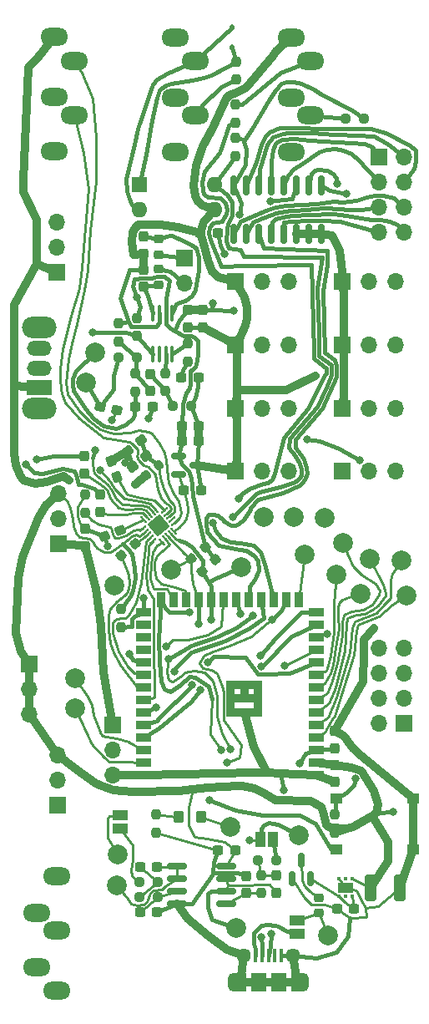
<source format=gbr>
G04 #@! TF.GenerationSoftware,KiCad,Pcbnew,8.0.3*
G04 #@! TF.CreationDate,2025-02-16T14:45:01-05:00*
G04 #@! TF.ProjectId,MEAP_Rev4c,4d454150-5f52-4657-9634-632e6b696361,rev?*
G04 #@! TF.SameCoordinates,Original*
G04 #@! TF.FileFunction,Copper,L1,Top*
G04 #@! TF.FilePolarity,Positive*
%FSLAX46Y46*%
G04 Gerber Fmt 4.6, Leading zero omitted, Abs format (unit mm)*
G04 Created by KiCad (PCBNEW 8.0.3) date 2025-02-16 14:45:01*
%MOMM*%
%LPD*%
G01*
G04 APERTURE LIST*
G04 Aperture macros list*
%AMRoundRect*
0 Rectangle with rounded corners*
0 $1 Rounding radius*
0 $2 $3 $4 $5 $6 $7 $8 $9 X,Y pos of 4 corners*
0 Add a 4 corners polygon primitive as box body*
4,1,4,$2,$3,$4,$5,$6,$7,$8,$9,$2,$3,0*
0 Add four circle primitives for the rounded corners*
1,1,$1+$1,$2,$3*
1,1,$1+$1,$4,$5*
1,1,$1+$1,$6,$7*
1,1,$1+$1,$8,$9*
0 Add four rect primitives between the rounded corners*
20,1,$1+$1,$2,$3,$4,$5,0*
20,1,$1+$1,$4,$5,$6,$7,0*
20,1,$1+$1,$6,$7,$8,$9,0*
20,1,$1+$1,$8,$9,$2,$3,0*%
%AMRotRect*
0 Rectangle, with rotation*
0 The origin of the aperture is its center*
0 $1 length*
0 $2 width*
0 $3 Rotation angle, in degrees counterclockwise*
0 Add horizontal line*
21,1,$1,$2,0,0,$3*%
G04 Aperture macros list end*
G04 #@! TA.AperFunction,SMDPad,CuDef*
%ADD10RoundRect,0.218750X-0.002858X-0.336909X0.332287X-0.055689X0.002858X0.336909X-0.332287X0.055689X0*%
G04 #@! TD*
G04 #@! TA.AperFunction,SMDPad,CuDef*
%ADD11RoundRect,0.237500X-0.077151X-0.374772X0.382475X0.010901X0.077151X0.374772X-0.382475X-0.010901X0*%
G04 #@! TD*
G04 #@! TA.AperFunction,SMDPad,CuDef*
%ADD12RoundRect,0.237500X0.300000X0.237500X-0.300000X0.237500X-0.300000X-0.237500X0.300000X-0.237500X0*%
G04 #@! TD*
G04 #@! TA.AperFunction,SMDPad,CuDef*
%ADD13RoundRect,0.237500X-0.325783X0.200678X-0.120571X-0.363138X0.325783X-0.200678X0.120571X0.363138X0*%
G04 #@! TD*
G04 #@! TA.AperFunction,SMDPad,CuDef*
%ADD14RoundRect,0.150000X-0.587500X-0.150000X0.587500X-0.150000X0.587500X0.150000X-0.587500X0.150000X0*%
G04 #@! TD*
G04 #@! TA.AperFunction,ComponentPad*
%ADD15C,2.000000*%
G04 #@! TD*
G04 #@! TA.AperFunction,ComponentPad*
%ADD16R,1.700000X1.700000*%
G04 #@! TD*
G04 #@! TA.AperFunction,ComponentPad*
%ADD17O,1.700000X1.700000*%
G04 #@! TD*
G04 #@! TA.AperFunction,SMDPad,CuDef*
%ADD18RoundRect,0.237500X-0.300000X-0.237500X0.300000X-0.237500X0.300000X0.237500X-0.300000X0.237500X0*%
G04 #@! TD*
G04 #@! TA.AperFunction,SMDPad,CuDef*
%ADD19RoundRect,0.237500X-0.237500X0.300000X-0.237500X-0.300000X0.237500X-0.300000X0.237500X0.300000X0*%
G04 #@! TD*
G04 #@! TA.AperFunction,SMDPad,CuDef*
%ADD20RoundRect,0.150000X0.150000X-0.587500X0.150000X0.587500X-0.150000X0.587500X-0.150000X-0.587500X0*%
G04 #@! TD*
G04 #@! TA.AperFunction,SMDPad,CuDef*
%ADD21RoundRect,0.237500X0.237500X-0.250000X0.237500X0.250000X-0.237500X0.250000X-0.237500X-0.250000X0*%
G04 #@! TD*
G04 #@! TA.AperFunction,SMDPad,CuDef*
%ADD22RoundRect,0.093750X-0.106250X0.093750X-0.106250X-0.093750X0.106250X-0.093750X0.106250X0.093750X0*%
G04 #@! TD*
G04 #@! TA.AperFunction,HeatsinkPad*
%ADD23R,1.600000X1.000000*%
G04 #@! TD*
G04 #@! TA.AperFunction,SMDPad,CuDef*
%ADD24RoundRect,0.237500X-0.237500X0.250000X-0.237500X-0.250000X0.237500X-0.250000X0.237500X0.250000X0*%
G04 #@! TD*
G04 #@! TA.AperFunction,SMDPad,CuDef*
%ADD25RoundRect,0.237500X-0.250000X-0.237500X0.250000X-0.237500X0.250000X0.237500X-0.250000X0.237500X0*%
G04 #@! TD*
G04 #@! TA.AperFunction,SMDPad,CuDef*
%ADD26RoundRect,0.218750X-0.256250X0.218750X-0.256250X-0.218750X0.256250X-0.218750X0.256250X0.218750X0*%
G04 #@! TD*
G04 #@! TA.AperFunction,ComponentPad*
%ADD27O,2.800000X1.800000*%
G04 #@! TD*
G04 #@! TA.AperFunction,SMDPad,CuDef*
%ADD28RoundRect,0.237500X-0.038849X-0.342632X0.344173X-0.021239X0.038849X0.342632X-0.344173X0.021239X0*%
G04 #@! TD*
G04 #@! TA.AperFunction,SMDPad,CuDef*
%ADD29RoundRect,0.150000X0.150000X-0.825000X0.150000X0.825000X-0.150000X0.825000X-0.150000X-0.825000X0*%
G04 #@! TD*
G04 #@! TA.AperFunction,ComponentPad*
%ADD30R,1.600000X1.600000*%
G04 #@! TD*
G04 #@! TA.AperFunction,ComponentPad*
%ADD31O,1.600000X1.600000*%
G04 #@! TD*
G04 #@! TA.AperFunction,SMDPad,CuDef*
%ADD32RoundRect,0.237500X0.237500X-0.300000X0.237500X0.300000X-0.237500X0.300000X-0.237500X-0.300000X0*%
G04 #@! TD*
G04 #@! TA.AperFunction,SMDPad,CuDef*
%ADD33R,1.500000X1.000000*%
G04 #@! TD*
G04 #@! TA.AperFunction,SMDPad,CuDef*
%ADD34RoundRect,0.237500X0.250000X0.237500X-0.250000X0.237500X-0.250000X-0.237500X0.250000X-0.237500X0*%
G04 #@! TD*
G04 #@! TA.AperFunction,SMDPad,CuDef*
%ADD35RoundRect,0.218750X0.256250X-0.218750X0.256250X0.218750X-0.256250X0.218750X-0.256250X-0.218750X0*%
G04 #@! TD*
G04 #@! TA.AperFunction,SMDPad,CuDef*
%ADD36R,1.500000X0.900000*%
G04 #@! TD*
G04 #@! TA.AperFunction,SMDPad,CuDef*
%ADD37R,0.900000X1.500000*%
G04 #@! TD*
G04 #@! TA.AperFunction,SMDPad,CuDef*
%ADD38R,0.900000X0.900000*%
G04 #@! TD*
G04 #@! TA.AperFunction,SMDPad,CuDef*
%ADD39RoundRect,0.050000X0.255127X0.279348X-0.319406X-0.202743X-0.255127X-0.279348X0.319406X0.202743X0*%
G04 #@! TD*
G04 #@! TA.AperFunction,SMDPad,CuDef*
%ADD40RoundRect,0.050000X-0.202743X0.319406X-0.279348X0.255127X0.202743X-0.319406X0.279348X-0.255127X0*%
G04 #@! TD*
G04 #@! TA.AperFunction,HeatsinkPad*
%ADD41RotRect,1.650000X1.650000X220.000000*%
G04 #@! TD*
G04 #@! TA.AperFunction,SMDPad,CuDef*
%ADD42RoundRect,0.250000X-0.275000X-0.350000X0.275000X-0.350000X0.275000X0.350000X-0.275000X0.350000X0*%
G04 #@! TD*
G04 #@! TA.AperFunction,SMDPad,CuDef*
%ADD43R,1.250000X1.000000*%
G04 #@! TD*
G04 #@! TA.AperFunction,SMDPad,CuDef*
%ADD44R,1.000000X1.500000*%
G04 #@! TD*
G04 #@! TA.AperFunction,SMDPad,CuDef*
%ADD45RoundRect,0.237500X-0.200678X-0.325783X0.363138X-0.120571X0.200678X0.325783X-0.363138X0.120571X0*%
G04 #@! TD*
G04 #@! TA.AperFunction,SMDPad,CuDef*
%ADD46RoundRect,0.237500X0.336684X0.181797X-0.254201X0.285986X-0.336684X-0.181797X0.254201X-0.285986X0*%
G04 #@! TD*
G04 #@! TA.AperFunction,SMDPad,CuDef*
%ADD47RoundRect,0.112500X0.112500X-0.187500X0.112500X0.187500X-0.112500X0.187500X-0.112500X-0.187500X0*%
G04 #@! TD*
G04 #@! TA.AperFunction,ComponentPad*
%ADD48O,3.500000X2.200000*%
G04 #@! TD*
G04 #@! TA.AperFunction,ComponentPad*
%ADD49R,2.500000X1.500000*%
G04 #@! TD*
G04 #@! TA.AperFunction,ComponentPad*
%ADD50O,2.500000X1.500000*%
G04 #@! TD*
G04 #@! TA.AperFunction,SMDPad,CuDef*
%ADD51RoundRect,0.150000X-0.825000X-0.150000X0.825000X-0.150000X0.825000X0.150000X-0.825000X0.150000X0*%
G04 #@! TD*
G04 #@! TA.AperFunction,SMDPad,CuDef*
%ADD52R,0.400000X1.350000*%
G04 #@! TD*
G04 #@! TA.AperFunction,ComponentPad*
%ADD53O,1.200000X1.900000*%
G04 #@! TD*
G04 #@! TA.AperFunction,SMDPad,CuDef*
%ADD54R,1.200000X1.900000*%
G04 #@! TD*
G04 #@! TA.AperFunction,ComponentPad*
%ADD55C,1.450000*%
G04 #@! TD*
G04 #@! TA.AperFunction,SMDPad,CuDef*
%ADD56R,1.500000X1.900000*%
G04 #@! TD*
G04 #@! TA.AperFunction,SMDPad,CuDef*
%ADD57RoundRect,0.100000X0.100000X-0.712500X0.100000X0.712500X-0.100000X0.712500X-0.100000X-0.712500X0*%
G04 #@! TD*
G04 #@! TA.AperFunction,SMDPad,CuDef*
%ADD58RoundRect,0.250000X-0.325000X-1.100000X0.325000X-1.100000X0.325000X1.100000X-0.325000X1.100000X0*%
G04 #@! TD*
G04 #@! TA.AperFunction,ViaPad*
%ADD59C,0.800000*%
G04 #@! TD*
G04 #@! TA.AperFunction,Conductor*
%ADD60C,0.406400*%
G04 #@! TD*
G04 #@! TA.AperFunction,Conductor*
%ADD61C,0.812800*%
G04 #@! TD*
G04 #@! TA.AperFunction,Conductor*
%ADD62C,0.250000*%
G04 #@! TD*
G04 #@! TA.AperFunction,Conductor*
%ADD63C,0.254000*%
G04 #@! TD*
G04 APERTURE END LIST*
D10*
X31633480Y-61922390D03*
X32840000Y-60910000D03*
D11*
X29768572Y-59478810D03*
X31090000Y-58370000D03*
D12*
X40642501Y-99889998D03*
X38917499Y-99890002D03*
D13*
X28055007Y-60489514D03*
X28644993Y-62110486D03*
D14*
X34882503Y-59960000D03*
X34882502Y-61859999D03*
X36757496Y-60910001D03*
D15*
X40120000Y-97530000D03*
D16*
X51540000Y-48700000D03*
D17*
X54240000Y-48700000D03*
X56940000Y-48700000D03*
D18*
X37124994Y-37350002D03*
X38850000Y-37350000D03*
D19*
X35830000Y-45160000D03*
X35830004Y-46885004D03*
D20*
X46417498Y-102787501D03*
X48317500Y-102787499D03*
X47367501Y-100912500D03*
D15*
X25520000Y-52540000D03*
D16*
X35470000Y-39930000D03*
D17*
X35470000Y-42470000D03*
D21*
X40730002Y-21787502D03*
X40730000Y-19962504D03*
D22*
X52490000Y-102820000D03*
X51840000Y-102820001D03*
X51190001Y-102820002D03*
X51190000Y-104595002D03*
X51840000Y-104595001D03*
X52489999Y-104595000D03*
D23*
X51840000Y-103707501D03*
D15*
X41260000Y-71250000D03*
X47650000Y-69930000D03*
D16*
X40640000Y-48700000D03*
D17*
X43340000Y-48700000D03*
X46040000Y-48700000D03*
D24*
X32630000Y-96280000D03*
X32630000Y-98104994D03*
D15*
X53360000Y-73890000D03*
X47080000Y-98380000D03*
D21*
X50710001Y-98132499D03*
X50709999Y-96307501D03*
D25*
X30937502Y-104660000D03*
X32762500Y-104660000D03*
D26*
X32869998Y-37975002D03*
X32869998Y-39550002D03*
D16*
X40640000Y-55100000D03*
D17*
X43340000Y-55100000D03*
X46040000Y-55100000D03*
D27*
X48300000Y-25430000D03*
X46300000Y-23630000D03*
X46300000Y-17530000D03*
X48300000Y-19930000D03*
X46300000Y-29130000D03*
D16*
X51540000Y-55100000D03*
D17*
X54240000Y-55100000D03*
X56940000Y-55100000D03*
D15*
X28700000Y-100360000D03*
D16*
X55220000Y-29660000D03*
D17*
X57760000Y-29660000D03*
X55220000Y-32200000D03*
X57760000Y-32200000D03*
X55220000Y-34740000D03*
X57760000Y-34740000D03*
X55220000Y-37280000D03*
X57760000Y-37280000D03*
D21*
X28830000Y-48360000D03*
X28829998Y-46535002D03*
D16*
X40640000Y-42300000D03*
D17*
X43340000Y-42300000D03*
X46040000Y-42300000D03*
D15*
X50060000Y-108580000D03*
D24*
X43290000Y-102455000D03*
X43290000Y-104279994D03*
D27*
X20540001Y-106260001D03*
X22540000Y-108060000D03*
X22540000Y-114160000D03*
X20540001Y-111760001D03*
X22540000Y-102560000D03*
D16*
X22690000Y-68810000D03*
D17*
X22690000Y-66270000D03*
X22689997Y-63730001D03*
D19*
X31340000Y-37720000D03*
X31339998Y-39445002D03*
D18*
X30997500Y-106200000D03*
X32722500Y-106200000D03*
X35224994Y-56870002D03*
X36950000Y-56870000D03*
D16*
X57750000Y-87040000D03*
D17*
X55210000Y-87040000D03*
X57750000Y-84500000D03*
X55210002Y-84500001D03*
X57749997Y-81960001D03*
X55210001Y-81960002D03*
X57750000Y-79420000D03*
X55209999Y-79420001D03*
D28*
X29070000Y-70000000D03*
X30468030Y-68826912D03*
D29*
X40500000Y-37434998D03*
X41769999Y-37434999D03*
X43039998Y-37434998D03*
X44309999Y-37434998D03*
X45580000Y-37434999D03*
X46849999Y-37434996D03*
X48120000Y-37434998D03*
X49389999Y-37434999D03*
X49389998Y-32484998D03*
X48119999Y-32484997D03*
X46850000Y-32484998D03*
X45579999Y-32484998D03*
X44309998Y-32484997D03*
X43039999Y-32485000D03*
X41769998Y-32484998D03*
X40499999Y-32484997D03*
D19*
X37380000Y-45167502D03*
X37380004Y-46892506D03*
D30*
X30900001Y-32460000D03*
D31*
X30900001Y-35000000D03*
X38520000Y-35000000D03*
X38520001Y-32460000D03*
D32*
X26930000Y-65610000D03*
X26929998Y-63884998D03*
D19*
X44799995Y-102499997D03*
X44799999Y-104225001D03*
D21*
X40670000Y-26180000D03*
X40669998Y-24355002D03*
D15*
X26450000Y-49460000D03*
D28*
X36201970Y-70373088D03*
X37600000Y-69200000D03*
D33*
X46940000Y-107060000D03*
X46940000Y-108360002D03*
D34*
X53692498Y-25739999D03*
X51867502Y-25740001D03*
D15*
X54290000Y-70350000D03*
D32*
X50740002Y-89575002D03*
X50740000Y-87850000D03*
D35*
X32889998Y-42582502D03*
X32889998Y-41007502D03*
D18*
X35222495Y-58400003D03*
X36947501Y-58400001D03*
D16*
X40640000Y-61500000D03*
D17*
X43340000Y-61500000D03*
X46040000Y-61500000D03*
D15*
X58050000Y-74110000D03*
D12*
X52722502Y-105854998D03*
X50997500Y-105854998D03*
D16*
X19750000Y-81040000D03*
D17*
X19750000Y-83580000D03*
X19750000Y-86120000D03*
D21*
X30485001Y-53407500D03*
X30484999Y-51582502D03*
D27*
X24300000Y-25385000D03*
X22300000Y-23585000D03*
X22300000Y-17485000D03*
X24300000Y-19885000D03*
X22300000Y-29085000D03*
D15*
X28380000Y-73080000D03*
D36*
X48839997Y-92260002D03*
X48839997Y-90990002D03*
X48839997Y-89720002D03*
X48839997Y-88450002D03*
X48839997Y-87180002D03*
X48839997Y-85910002D03*
X48839997Y-84640002D03*
X48839997Y-83370002D03*
X48839997Y-82100002D03*
X48839997Y-80830002D03*
X48839997Y-79560002D03*
X48839997Y-78290002D03*
X48839997Y-77020002D03*
X48839997Y-75750002D03*
D37*
X47074997Y-74500002D03*
X45804997Y-74500002D03*
X44534997Y-74500002D03*
X43264997Y-74500002D03*
X41994997Y-74500002D03*
X40724997Y-74500002D03*
X39454997Y-74500002D03*
X38184997Y-74500002D03*
X36914997Y-74500002D03*
X35644997Y-74500002D03*
X34374997Y-74500002D03*
X33104997Y-74500002D03*
D36*
X31339997Y-75750002D03*
X31339997Y-77020002D03*
X31339997Y-78290002D03*
X31339997Y-79560002D03*
X31339997Y-80830002D03*
X31339997Y-82100002D03*
X31339997Y-83370002D03*
X31339997Y-84640002D03*
X31339997Y-85910002D03*
X31339997Y-87180002D03*
X31339997Y-88450002D03*
X31339997Y-89720002D03*
X31339997Y-90990002D03*
X31339997Y-92260002D03*
D38*
X42989997Y-85940002D03*
X42989997Y-84540002D03*
X42989997Y-83140002D03*
X41589997Y-85940002D03*
X41589997Y-84540002D03*
X41589997Y-83140002D03*
X40189997Y-85940002D03*
X40189997Y-84540002D03*
X40189997Y-83140002D03*
D39*
X34511529Y-66695916D03*
X34254413Y-66389499D03*
X33997297Y-66083080D03*
X33740180Y-65776662D03*
X33483066Y-65470244D03*
D40*
X32567327Y-65390126D03*
X32260910Y-65647242D03*
X31954491Y-65904358D03*
X31648073Y-66161475D03*
X31341655Y-66418589D03*
D39*
X31261537Y-67334328D03*
X31518653Y-67640745D03*
X31775769Y-67947164D03*
X32032886Y-68253582D03*
X32290000Y-68560000D03*
D40*
X33205739Y-68640118D03*
X33512156Y-68383002D03*
X33818575Y-68125886D03*
X34124993Y-67868769D03*
X34431411Y-67611655D03*
D41*
X32886533Y-67015122D03*
D15*
X28670000Y-103490000D03*
D12*
X32250000Y-54960000D03*
X30524998Y-54960004D03*
D42*
X34890000Y-96550000D03*
X37190000Y-96550000D03*
D25*
X28835002Y-49969998D03*
X30660000Y-49970000D03*
D18*
X30977500Y-101580000D03*
X32702500Y-101580000D03*
D43*
X58684999Y-94670000D03*
X50935001Y-94670000D03*
D44*
X44500000Y-98844998D03*
X43199998Y-98845000D03*
D16*
X28210000Y-87180000D03*
D17*
X28210000Y-89720000D03*
X28210000Y-92260000D03*
D32*
X25350002Y-61722502D03*
X25349998Y-59997498D03*
D15*
X50910000Y-71990000D03*
D24*
X29060000Y-75480000D03*
X29060000Y-77304994D03*
D16*
X51540000Y-61500000D03*
D17*
X54240000Y-61500000D03*
X56940000Y-61500000D03*
D16*
X51540000Y-42300000D03*
D17*
X54240000Y-42300000D03*
X56940000Y-42300000D03*
D45*
X27369514Y-68064993D03*
X28990486Y-67475007D03*
D28*
X37251970Y-71603088D03*
X38650000Y-70430000D03*
D18*
X35427498Y-63460002D03*
X37152502Y-63459998D03*
D15*
X46580000Y-66170000D03*
D19*
X50750000Y-91280000D03*
X50749998Y-93005002D03*
D25*
X30927502Y-103120000D03*
X32752500Y-103120000D03*
D32*
X32015001Y-53357502D03*
X32014999Y-51632500D03*
D46*
X28659398Y-55289770D03*
X26960602Y-54990230D03*
D47*
X40360002Y-18587502D03*
X40359998Y-16487500D03*
D48*
X20740000Y-55140000D03*
X20740000Y-46940000D03*
D49*
X20740000Y-53040000D03*
D50*
X20740001Y-51039999D03*
X20740000Y-49040000D03*
D32*
X41769999Y-104240000D03*
X41769997Y-102514998D03*
D51*
X34775000Y-101510000D03*
X34775000Y-102780000D03*
X34775000Y-104050000D03*
X34775000Y-105320000D03*
X39725000Y-105320000D03*
X39725000Y-104050000D03*
X39725000Y-102780000D03*
X39725000Y-101510000D03*
D24*
X30660000Y-45950000D03*
X30660000Y-47774994D03*
D15*
X51580000Y-68800000D03*
D52*
X42729999Y-110632000D03*
X43379999Y-110632000D03*
X44029999Y-110632000D03*
X44679999Y-110632000D03*
X45329999Y-110632000D03*
D53*
X40529999Y-113332000D03*
D54*
X41129999Y-113332000D03*
D55*
X41529999Y-110632000D03*
D56*
X43029999Y-113332000D03*
X45029999Y-113332000D03*
D55*
X46529999Y-110632000D03*
D54*
X46929999Y-113332000D03*
D53*
X47529999Y-113332000D03*
D27*
X36560000Y-25420000D03*
X34560000Y-23620000D03*
X34560000Y-17520000D03*
X36560000Y-19920000D03*
X34560000Y-29120000D03*
D11*
X30270000Y-61080000D03*
X31591428Y-59971190D03*
D15*
X24420000Y-85520000D03*
X57510000Y-70580000D03*
D57*
X32299999Y-49664999D03*
X32949999Y-49664999D03*
X33599998Y-49665001D03*
X34249998Y-49665000D03*
X34249999Y-45440001D03*
X33599999Y-45440001D03*
X32950000Y-45439999D03*
X32300000Y-45440000D03*
D16*
X22540003Y-41299999D03*
D17*
X22540003Y-38759999D03*
X22540003Y-36219999D03*
D32*
X25390000Y-69090000D03*
X25389998Y-67364994D03*
D12*
X36922501Y-51959998D03*
X35197499Y-51960002D03*
D15*
X49680000Y-66220000D03*
D21*
X35840002Y-50394998D03*
X35840000Y-48570000D03*
D24*
X40630001Y-27717501D03*
X40629999Y-29542499D03*
D15*
X40780000Y-107810000D03*
D25*
X34345000Y-54900000D03*
X36170000Y-54900000D03*
D16*
X22640000Y-95310000D03*
D17*
X22640000Y-92770000D03*
X22640000Y-90230000D03*
D15*
X43540000Y-66140000D03*
X24390000Y-82450000D03*
D33*
X28990002Y-97690000D03*
X28990000Y-96390000D03*
D21*
X33565000Y-53382499D03*
X33564998Y-51557501D03*
D15*
X34170000Y-71480000D03*
D43*
X50940002Y-99810000D03*
X58690000Y-99810000D03*
D32*
X31340000Y-42810004D03*
X31339998Y-41085002D03*
D26*
X49090000Y-104725000D03*
X49090000Y-106300000D03*
D24*
X25390000Y-63865006D03*
X25390000Y-65690000D03*
D34*
X44772496Y-100914999D03*
X42947500Y-100915001D03*
D58*
X54405000Y-103700000D03*
X57355000Y-103700000D03*
D59*
X48790000Y-51860000D03*
X54690000Y-77430000D03*
X45560000Y-93850000D03*
X32886533Y-67015122D03*
X29520000Y-60630000D03*
X23810000Y-62420000D03*
X56630000Y-96010000D03*
X30490000Y-62850000D03*
X38390000Y-44430000D03*
X40470000Y-45220000D03*
X47940000Y-58260000D03*
X41120000Y-35450000D03*
X39530000Y-39490000D03*
X30630000Y-43870000D03*
X53280000Y-60350000D03*
X32640000Y-85420000D03*
X43270000Y-81270000D03*
X43250000Y-108730000D03*
X43170000Y-80200000D03*
X44330000Y-108380000D03*
X47160000Y-91110000D03*
X52840000Y-92680000D03*
X27710000Y-69080000D03*
X20500000Y-60310000D03*
X19374317Y-60800000D03*
X26940000Y-61380000D03*
X28140000Y-56320000D03*
X31820000Y-56160000D03*
X26480000Y-59370000D03*
X29890000Y-80020000D03*
X40170000Y-89680000D03*
X44250000Y-34130000D03*
X42460000Y-76150000D03*
X33910000Y-80520000D03*
X39200000Y-89780000D03*
X35990000Y-75790000D03*
X50990000Y-32350000D03*
X31370000Y-74320000D03*
X38069327Y-94800673D03*
X44400000Y-76530000D03*
X39830000Y-91000000D03*
X51910000Y-33340000D03*
X26210000Y-47430000D03*
X38380000Y-66700000D03*
X34440000Y-81770000D03*
X37070000Y-83670000D03*
X40970000Y-64270000D03*
X40410000Y-66120000D03*
X36230000Y-83130000D03*
X36914997Y-77000000D03*
X38184997Y-76580000D03*
X33630000Y-79253868D03*
X42090000Y-98870000D03*
X45620000Y-81190000D03*
X37900000Y-80890000D03*
X41160000Y-75930000D03*
X49990000Y-77970000D03*
D60*
X28829998Y-46535002D02*
X29830000Y-46350000D01*
D61*
X36855429Y-34124571D02*
X36595888Y-33594112D01*
X26520000Y-73400000D02*
X25390000Y-69090000D01*
D62*
X46417498Y-102787501D02*
X47720000Y-104750000D01*
D61*
X42640000Y-92088240D02*
X31339997Y-92260002D01*
X18250000Y-52880000D02*
X18230000Y-59260000D01*
D60*
X46529999Y-110632000D02*
X48870000Y-110840000D01*
D61*
X40800000Y-56380000D02*
X40640000Y-55100000D01*
X40780000Y-23100000D02*
X41796160Y-22646160D01*
X48840000Y-92260000D02*
X46910000Y-92200000D01*
D60*
X30110000Y-46830000D02*
X29830000Y-46350000D01*
D61*
X37450000Y-36260000D02*
X38520000Y-35000000D01*
X41562904Y-43877096D02*
X41846026Y-44880000D01*
X37900000Y-108520000D02*
X35810000Y-106890000D01*
D60*
X36922501Y-51959998D02*
X36868600Y-52940000D01*
D61*
X48790000Y-51860000D02*
X45810000Y-53230000D01*
X41589997Y-84540002D02*
X40189994Y-84540001D01*
X40800000Y-50570000D02*
X40800000Y-53260000D01*
D60*
X48870000Y-110840000D02*
X50930000Y-110230000D01*
D61*
X48120000Y-37434998D02*
X46849999Y-37434996D01*
X37340000Y-34599161D02*
X36855429Y-34124571D01*
X30360000Y-39570000D02*
X31339998Y-39445002D01*
X19179836Y-62390164D02*
X20360000Y-62770000D01*
X40800000Y-61500000D02*
X39500000Y-61310266D01*
X36442997Y-32490000D02*
X36697811Y-30460000D01*
D60*
X36563744Y-54053744D02*
X36868600Y-52940000D01*
D61*
X40800000Y-48700000D02*
X41269074Y-47679074D01*
D60*
X29830000Y-46350000D02*
X29010000Y-43950000D01*
D61*
X18363688Y-60910000D02*
X18265149Y-59710000D01*
X33070000Y-36530000D02*
X34780000Y-36724668D01*
D60*
X29768572Y-59478810D02*
X29520000Y-60630000D01*
D61*
X18250000Y-44640000D02*
X20490000Y-40490000D01*
X44780000Y-18930000D02*
X46300000Y-17530000D01*
X27297608Y-81930000D02*
X27039741Y-77160000D01*
D60*
X35830004Y-46885004D02*
X37380004Y-46892506D01*
D61*
X20490000Y-40490000D02*
X22540003Y-41299999D01*
X40800000Y-55100000D02*
X40800000Y-56380000D01*
X42500000Y-89430000D02*
X41589997Y-85940005D01*
X51540000Y-41240000D02*
X51540000Y-42300000D01*
X40189997Y-83140005D02*
X40189994Y-84540001D01*
X19170000Y-31899999D02*
X19170000Y-33200001D01*
D60*
X36757496Y-60910001D02*
X37152502Y-63459998D01*
D62*
X53940000Y-106710000D02*
X53900000Y-105790000D01*
D61*
X39491534Y-48008466D02*
X40640000Y-48700000D01*
X46929999Y-113332000D02*
X46529999Y-110632000D01*
X18250000Y-52880000D02*
X20740000Y-53040000D01*
X42640000Y-92088240D02*
X43840000Y-92070000D01*
X40189999Y-85940001D02*
X41589997Y-85940005D01*
X51220000Y-39120000D02*
X50460000Y-37570000D01*
D62*
X49720000Y-105400000D02*
X50997500Y-105854998D01*
D61*
X51700000Y-48700000D02*
X51700000Y-43600000D01*
X37124994Y-37350002D02*
X37450000Y-36260000D01*
X51700000Y-42300000D02*
X51540000Y-41240000D01*
D60*
X32658006Y-46858006D02*
X32997904Y-46440000D01*
D61*
X39500000Y-61310266D02*
X40640000Y-61500000D01*
D60*
X29940000Y-41060000D02*
X31339998Y-41085002D01*
D61*
X40780000Y-23100000D02*
X40050000Y-23341753D01*
X49389999Y-37434999D02*
X48120000Y-37434998D01*
X24170000Y-68963481D02*
X25390000Y-69090000D01*
X20490000Y-36040000D02*
X19170000Y-33200001D01*
X53700000Y-80000000D02*
X53700000Y-78590000D01*
X51700000Y-43600000D02*
X51700000Y-42300000D01*
X39491534Y-48008466D02*
X37380004Y-46892506D01*
X18250000Y-52880000D02*
X18250000Y-44640000D01*
D62*
X53470000Y-105000000D02*
X52920000Y-103950000D01*
D61*
X41589997Y-83139999D02*
X41589997Y-84540002D01*
D60*
X32722500Y-106200000D02*
X34775000Y-105320000D01*
D61*
X40800000Y-48700000D02*
X40800000Y-49840000D01*
X41796160Y-22646160D02*
X44479218Y-19439218D01*
X36950000Y-56870000D02*
X36947501Y-58400000D01*
X43029999Y-113332000D02*
X41129999Y-113332000D01*
X40189994Y-84540001D02*
X40189999Y-85940001D01*
D60*
X45560000Y-93850000D02*
X45230000Y-92128860D01*
D61*
X50749998Y-93005002D02*
X48840000Y-92260000D01*
X20738187Y-19368187D02*
X22300000Y-17485000D01*
X51700000Y-53820000D02*
X51700000Y-48700000D01*
X51700000Y-43600000D02*
X51540000Y-42300000D01*
X51630000Y-88350000D02*
X50740000Y-87850000D01*
X51540000Y-41240000D02*
X51220000Y-39120000D01*
X41562904Y-43877096D02*
X40640000Y-42300000D01*
X23214765Y-62005235D02*
X21550000Y-62570000D01*
X37395565Y-28555565D02*
X38370056Y-26710056D01*
X40800000Y-53660000D02*
X40800000Y-55100000D01*
X40800000Y-48700000D02*
X39491534Y-48008466D01*
D60*
X38917499Y-99890002D02*
X38430000Y-101100000D01*
D61*
X46910000Y-92200000D02*
X45230000Y-92128860D01*
X50740000Y-87850000D02*
X53620000Y-82850000D01*
D60*
X38400000Y-102170000D02*
X38480000Y-102170000D01*
D61*
X41129999Y-113332000D02*
X41529999Y-110632000D01*
X30204422Y-38280000D02*
X30360000Y-39570000D01*
X37395565Y-28555565D02*
X36697811Y-30460000D01*
X43840000Y-92070000D02*
X42500000Y-89430000D01*
X22690000Y-68810000D02*
X24170000Y-68963481D01*
X27039741Y-77160000D02*
X26520000Y-73400000D01*
X19179836Y-62390164D02*
X18812733Y-61947267D01*
X44780000Y-18930000D02*
X44479218Y-19439218D01*
X34780000Y-36724668D02*
X37124994Y-37350002D01*
X40800000Y-56380000D02*
X40800000Y-60240000D01*
D60*
X32950000Y-45439999D02*
X32997904Y-46440000D01*
D61*
X53700000Y-78590000D02*
X54690000Y-77430000D01*
X40800000Y-53660000D02*
X40640000Y-55100000D01*
X45810000Y-53230000D02*
X45260000Y-53249928D01*
X40640000Y-42300000D02*
X38970000Y-41870000D01*
X30475181Y-36825181D02*
X30270392Y-37260392D01*
X41589997Y-85940005D02*
X42989997Y-85940002D01*
X58690000Y-99810000D02*
X57355000Y-103700000D01*
X40800000Y-60240000D02*
X40800000Y-61500000D01*
X41269074Y-47679074D02*
X40640000Y-48700000D01*
X42989997Y-84540000D02*
X42989996Y-83140000D01*
D62*
X50997500Y-105854998D02*
X52220000Y-106820000D01*
D61*
X53459686Y-90370314D02*
X52560000Y-89630000D01*
X20490000Y-36040000D02*
X20490000Y-40490000D01*
X45230000Y-92128860D02*
X43840000Y-92070000D01*
D60*
X36757496Y-60910001D02*
X36947501Y-58400001D01*
X36563744Y-54053744D02*
X36170000Y-54900000D01*
D61*
X51700000Y-53820000D02*
X51540000Y-55100000D01*
X45029999Y-113332000D02*
X43029999Y-113332000D01*
X31339997Y-92260002D02*
X28210000Y-92260000D01*
D62*
X55120000Y-105580000D02*
X57355000Y-103700000D01*
X47720000Y-104750000D02*
X48330000Y-105400000D01*
D61*
X21550000Y-62570000D02*
X20360000Y-62770000D01*
D60*
X36250000Y-105300000D02*
X34775000Y-105320000D01*
D61*
X40800000Y-53260000D02*
X40800000Y-53660000D01*
X41687778Y-46767778D02*
X41864968Y-45960000D01*
X40050000Y-23341753D02*
X39732962Y-23732962D01*
X40189997Y-83140005D02*
X41589997Y-83139999D01*
D60*
X50930000Y-110230000D02*
X52070000Y-108620000D01*
D61*
X30270392Y-37260392D02*
X30204422Y-38280000D01*
X42989997Y-85940002D02*
X42989997Y-84540000D01*
X28055007Y-60489514D02*
X29768572Y-59478810D01*
X58690000Y-99810000D02*
X58684999Y-94670000D01*
X40800000Y-49840000D02*
X40640000Y-48700000D01*
X38970000Y-41870000D02*
X38290000Y-41220000D01*
D62*
X48330000Y-105400000D02*
X49720000Y-105400000D01*
D61*
X30475181Y-36825181D02*
X30880000Y-36530000D01*
X46929999Y-113332000D02*
X45029999Y-113332000D01*
D60*
X31090000Y-46830000D02*
X30110000Y-46830000D01*
X36170000Y-54900000D02*
X36950000Y-56870000D01*
X52070000Y-108620000D02*
X52220000Y-106820000D01*
D61*
X38370056Y-26710056D02*
X39732962Y-23732962D01*
D60*
X30270000Y-61080000D02*
X29768572Y-59478810D01*
D62*
X51190001Y-102819997D02*
X51840000Y-103707501D01*
D61*
X35810000Y-106890000D02*
X34775000Y-105320000D01*
X45260000Y-53249928D02*
X40800000Y-53260000D01*
X52560000Y-89630000D02*
X51630000Y-88350000D01*
X38290000Y-41220000D02*
X37830000Y-40090000D01*
X42989997Y-84540000D02*
X41589997Y-84540002D01*
X41864968Y-45960000D02*
X41846026Y-44880000D01*
D60*
X38430000Y-101100000D02*
X38400000Y-102170000D01*
D61*
X50460000Y-37570000D02*
X49389999Y-37434999D01*
X40800000Y-49840000D02*
X40800000Y-50570000D01*
X28210000Y-87180000D02*
X27297608Y-81930000D01*
X18812733Y-61947267D02*
X18363688Y-60910000D01*
X42989996Y-83140000D02*
X41589997Y-83139999D01*
D62*
X32630000Y-98104994D02*
X38917499Y-99890002D01*
D61*
X19700000Y-20620000D02*
X19170000Y-31899999D01*
D60*
X40940000Y-102170000D02*
X41769997Y-102514998D01*
D61*
X40800000Y-60240000D02*
X40640000Y-61500000D01*
D60*
X29010000Y-43950000D02*
X29940000Y-41060000D01*
D61*
X37830000Y-40090000D02*
X37450000Y-38420000D01*
X37450000Y-38420000D02*
X37124994Y-37350002D01*
X18230000Y-59260000D02*
X18265149Y-59710000D01*
X36595888Y-33594112D02*
X36442997Y-32490000D01*
X23810000Y-62420000D02*
X23214765Y-62005235D01*
X41529999Y-110632000D02*
X39790000Y-109970000D01*
X39500000Y-61310266D02*
X36757496Y-60910001D01*
X58684999Y-94670000D02*
X53459686Y-90370314D01*
D60*
X45329999Y-110632000D02*
X46529999Y-110632000D01*
D61*
X31339998Y-39445002D02*
X31339998Y-41085002D01*
D62*
X52220000Y-106820000D02*
X53940000Y-106710000D01*
D61*
X51700000Y-55100000D02*
X51700000Y-53820000D01*
D62*
X53900000Y-105790000D02*
X53470000Y-105000000D01*
D61*
X33070000Y-36530000D02*
X30880000Y-36530000D01*
D60*
X38480000Y-102170000D02*
X40940000Y-102170000D01*
X32658006Y-46858006D02*
X31090000Y-46830000D01*
D62*
X53900000Y-105790000D02*
X55120000Y-105580000D01*
D61*
X41269074Y-47679074D02*
X41687778Y-46767778D01*
X39790000Y-109970000D02*
X37900000Y-108520000D01*
D62*
X52920000Y-103950000D02*
X51840000Y-103707501D01*
D60*
X38480000Y-102170000D02*
X36250000Y-105300000D01*
D61*
X38520000Y-35000000D02*
X37340000Y-34599161D01*
X19700000Y-20620000D02*
X20738187Y-19368187D01*
X53620000Y-82850000D02*
X53700000Y-80000000D01*
D60*
X30497728Y-72330000D02*
X30425607Y-71340000D01*
D61*
X26501418Y-93108582D02*
X24770000Y-91920000D01*
D60*
X40499999Y-32484997D02*
X41270000Y-34300000D01*
X29060000Y-75480000D02*
X29979456Y-74219456D01*
X30630000Y-43870000D02*
X30280000Y-42780000D01*
X33599999Y-45440001D02*
X33625615Y-46550000D01*
D63*
X26337798Y-68912202D02*
X26598846Y-69241154D01*
D60*
X36270000Y-62960000D02*
X36174390Y-62120000D01*
D61*
X24770000Y-91920000D02*
X22640000Y-90230000D01*
D60*
X34882503Y-59960000D02*
X35222495Y-58400003D01*
X35420000Y-47769563D02*
X34449187Y-47270813D01*
X40499999Y-32484997D02*
X41640000Y-30430000D01*
X36174390Y-62120000D02*
X35922963Y-61507037D01*
D63*
X29261321Y-68871321D02*
X28125314Y-69595314D01*
D61*
X44695022Y-94824978D02*
X43598042Y-94170000D01*
D60*
X37600000Y-69200000D02*
X38650000Y-70430000D01*
D63*
X23917736Y-65200000D02*
X23552135Y-64467865D01*
D60*
X49416532Y-23273468D02*
X52541313Y-24908687D01*
D61*
X50710001Y-98132499D02*
X51990000Y-97724457D01*
D60*
X29740000Y-69350000D02*
X29261321Y-68871321D01*
D61*
X50340000Y-97640000D02*
X51990000Y-97724457D01*
X21433830Y-64933830D02*
X22689997Y-63730001D01*
D60*
X36850000Y-49700000D02*
X36850000Y-48940000D01*
X31050000Y-44780000D02*
X30660000Y-45950000D01*
D63*
X26220367Y-68629633D02*
X26337798Y-68912202D01*
D60*
X35922963Y-61507037D02*
X35610000Y-61170000D01*
X44687004Y-22897004D02*
X44080000Y-23850000D01*
D63*
X27790000Y-69711520D02*
X27510000Y-69727008D01*
D60*
X36320000Y-64050000D02*
X36270000Y-62960000D01*
X41542885Y-28080000D02*
X41490000Y-27860000D01*
X34030491Y-46999509D02*
X33625615Y-46550000D01*
D61*
X18411708Y-77910000D02*
X18635084Y-72340000D01*
X19750000Y-81040000D02*
X18926772Y-79793228D01*
D63*
X29261321Y-68871321D02*
X30175435Y-68105435D01*
D60*
X35280000Y-60800000D02*
X34882503Y-59960000D01*
D61*
X19750000Y-83580000D02*
X19750000Y-81040000D01*
X30290000Y-94018067D02*
X28330000Y-93807613D01*
D60*
X45830000Y-22064836D02*
X45360000Y-22199672D01*
D61*
X53460000Y-91880000D02*
X52420000Y-91530000D01*
D60*
X39530000Y-39490000D02*
X39140000Y-38640000D01*
X36010000Y-53100000D02*
X36053407Y-52590000D01*
D63*
X27370000Y-69700712D02*
X27510000Y-69727008D01*
D60*
X41490000Y-27860000D02*
X40630001Y-27717501D01*
D61*
X48320000Y-94920000D02*
X44695022Y-94824978D01*
D63*
X24244500Y-67050000D02*
X24160000Y-66270000D01*
D61*
X56180000Y-101000000D02*
X54405000Y-103700000D01*
D62*
X35960000Y-97420000D02*
X35960000Y-95620000D01*
D63*
X24498372Y-67741628D02*
X24244500Y-67050000D01*
X24160000Y-66270000D02*
X23917736Y-65200000D01*
D60*
X49220000Y-58471525D02*
X51185085Y-59154915D01*
D61*
X49932000Y-97368000D02*
X49600000Y-96320000D01*
D62*
X39530000Y-99110000D02*
X37790000Y-98730000D01*
D60*
X36050000Y-51360000D02*
X36360000Y-51160000D01*
X46620000Y-22024592D02*
X45830000Y-22064836D01*
D61*
X51990000Y-97724457D02*
X52600000Y-97530000D01*
D63*
X27370000Y-69700712D02*
X27031538Y-69558462D01*
D61*
X54506525Y-96416525D02*
X56180000Y-99080000D01*
D60*
X35000000Y-46160000D02*
X35830000Y-45160000D01*
D62*
X37790000Y-98730000D02*
X36480000Y-98530000D01*
X40642501Y-99889998D02*
X39530000Y-99110000D01*
D60*
X48659771Y-22760229D02*
X47390147Y-22189853D01*
D61*
X19080221Y-70210000D02*
X18635084Y-72340000D01*
X30290000Y-94018067D02*
X34940000Y-93877021D01*
X19080221Y-70210000D02*
X20669218Y-66200000D01*
D60*
X42320000Y-26780000D02*
X41542885Y-28080000D01*
X41740000Y-28900000D02*
X41542885Y-28080000D01*
D63*
X31518653Y-67640745D02*
X30940000Y-68050000D01*
D61*
X55105714Y-95300000D02*
X54735232Y-93924768D01*
X21433830Y-64933830D02*
X20669218Y-66200000D01*
X27082955Y-93407045D02*
X28330000Y-93807613D01*
X19750000Y-86120000D02*
X19750000Y-83580000D01*
D60*
X36360000Y-51160000D02*
X36630000Y-50920000D01*
D62*
X36480000Y-98530000D02*
X35960000Y-97420000D01*
D60*
X31050000Y-44780000D02*
X30630000Y-43870000D01*
D61*
X22640000Y-90230000D02*
X19750000Y-86120000D01*
D60*
X40470000Y-45220000D02*
X38330000Y-45183642D01*
X31260000Y-41925702D02*
X32080000Y-41940000D01*
D61*
X42585878Y-93644122D02*
X41310000Y-93435866D01*
X50750000Y-91280000D02*
X48840001Y-90990002D01*
X49350000Y-95540000D02*
X48320000Y-94920000D01*
D60*
X30180000Y-69880000D02*
X29740000Y-69350000D01*
D61*
X31633480Y-61922390D02*
X30490000Y-62850000D01*
X54506525Y-96416525D02*
X54980000Y-96140000D01*
X56180000Y-99080000D02*
X56180000Y-101000000D01*
D60*
X38330000Y-45183642D02*
X38390000Y-44430000D01*
X36823774Y-48260000D02*
X36514300Y-47895700D01*
D61*
X39470000Y-93455000D02*
X37850000Y-93593068D01*
D62*
X39725000Y-101510000D02*
X40642501Y-99889998D01*
D61*
X18926772Y-79793228D02*
X18411708Y-77910000D01*
D63*
X27790000Y-69711520D02*
X27964971Y-69664971D01*
D60*
X56630000Y-96010000D02*
X54980000Y-96140000D01*
X32470000Y-41860000D02*
X32670000Y-41780000D01*
D63*
X25870000Y-68314240D02*
X26220367Y-68629633D01*
D60*
X36866574Y-48650000D02*
X36823774Y-48260000D01*
D63*
X30560000Y-67910000D02*
X30175435Y-68105435D01*
D60*
X34449187Y-47270813D02*
X35000000Y-46160000D01*
X44080000Y-23850000D02*
X42320000Y-26780000D01*
X45360000Y-22199672D02*
X44687004Y-22897004D01*
X29979456Y-74219456D02*
X30240226Y-73550000D01*
D63*
X25870000Y-68314240D02*
X24850000Y-68200000D01*
D61*
X35224999Y-56869999D02*
X35222494Y-58400004D01*
X34940000Y-93877021D02*
X36320000Y-93723466D01*
D60*
X30425607Y-71340000D02*
X30180000Y-69880000D01*
X53692498Y-25739999D02*
X52541313Y-24908687D01*
D61*
X54980000Y-96140000D02*
X55105714Y-95300000D01*
D60*
X46620000Y-22024592D02*
X47390147Y-22189853D01*
X49416532Y-23273468D02*
X48659771Y-22760229D01*
X35610000Y-61170000D02*
X35280000Y-60800000D01*
D62*
X35960000Y-95620000D02*
X36320000Y-93723466D01*
D60*
X51185085Y-59154915D02*
X53280000Y-60350000D01*
X41640000Y-30430000D02*
X41740000Y-28900000D01*
D61*
X37380000Y-45167502D02*
X35830000Y-45160000D01*
D63*
X24850000Y-68200000D02*
X24498372Y-67741628D01*
D61*
X49600000Y-96320000D02*
X49350000Y-95540000D01*
X41310000Y-93435866D02*
X40900000Y-93412007D01*
D60*
X36053407Y-52590000D02*
X36050000Y-51360000D01*
D61*
X49932000Y-97368000D02*
X50340000Y-97640000D01*
D60*
X36514300Y-47895700D02*
X36190000Y-47753329D01*
D63*
X26598846Y-69241154D02*
X27031538Y-69558462D01*
D60*
X39140000Y-38640000D02*
X38850000Y-37350000D01*
X30240226Y-73550000D02*
X30444546Y-72720000D01*
X36630000Y-50920000D02*
X36696496Y-50676496D01*
X36696496Y-50676496D02*
X36850000Y-49700000D01*
D61*
X37850000Y-93593068D02*
X36320000Y-93723466D01*
D60*
X33640000Y-43930000D02*
X33940000Y-42200000D01*
D61*
X43598042Y-94170000D02*
X42585878Y-93644122D01*
D60*
X38330000Y-45183642D02*
X37380000Y-45167502D01*
X35290000Y-54730000D02*
X35224994Y-56870002D01*
X36850000Y-48940000D02*
X36866574Y-48650000D01*
X36190000Y-47753329D02*
X35420000Y-47769563D01*
D63*
X27964971Y-69664971D02*
X28125314Y-69595314D01*
D60*
X36320000Y-64050000D02*
X37600000Y-69200000D01*
D63*
X30940000Y-68050000D02*
X30560000Y-67910000D01*
D60*
X30280000Y-42780000D02*
X30440000Y-42020000D01*
X33599999Y-45440001D02*
X33640000Y-43930000D01*
D61*
X52600000Y-97530000D02*
X54506525Y-96416525D01*
D60*
X47940000Y-58260000D02*
X49220000Y-58471525D01*
X34030491Y-46999509D02*
X34449187Y-47270813D01*
D63*
X23552135Y-64467865D02*
X22689997Y-63730001D01*
D62*
X52490000Y-102820000D02*
X54405000Y-103700000D01*
D60*
X35290000Y-54730000D02*
X35630097Y-53560097D01*
D61*
X52420000Y-91530000D02*
X50750000Y-91280000D01*
D60*
X32080000Y-41940000D02*
X32470000Y-41860000D01*
X30440000Y-42020000D02*
X31260000Y-41925702D01*
X32670000Y-41780000D02*
X33470000Y-41790000D01*
X41270000Y-34300000D02*
X41120000Y-35450000D01*
X35630097Y-53560097D02*
X36010000Y-53100000D01*
X33470000Y-41790000D02*
X33940000Y-42200000D01*
D61*
X54735232Y-93924768D02*
X53460000Y-91880000D01*
X27082955Y-93407045D02*
X26501418Y-93108582D01*
X39470000Y-93455000D02*
X40900000Y-93412007D01*
D60*
X30444546Y-72720000D02*
X30497728Y-72330000D01*
D62*
X37130000Y-96540000D02*
X40120000Y-97530000D01*
D60*
X31339997Y-85910002D02*
X32640000Y-85420000D01*
X46349853Y-78249853D02*
X48839997Y-77020002D01*
X43329706Y-81270000D02*
X46349853Y-78249853D01*
X43270000Y-81270000D02*
X43329706Y-81270000D01*
X43363979Y-109670000D02*
X43250000Y-108730000D01*
X43379999Y-110632000D02*
X43363979Y-109670000D01*
X44750000Y-78380000D02*
X47379998Y-75750002D01*
X43170000Y-80200000D02*
X44750000Y-78380000D01*
X44208327Y-109640000D02*
X44330000Y-108380000D01*
X44029999Y-110632000D02*
X44208327Y-109640000D01*
X47379998Y-75750002D02*
X48839997Y-75750002D01*
X47780000Y-90130000D02*
X47160000Y-91110000D01*
X50935001Y-94670000D02*
X51959815Y-94039815D01*
X51959815Y-94039815D02*
X52686667Y-93320000D01*
X48839997Y-89720002D02*
X50835000Y-89630000D01*
X50709999Y-96307501D02*
X50935001Y-94670000D01*
X48839997Y-89720002D02*
X47780000Y-90130000D01*
X52686667Y-93320000D02*
X52840000Y-92680000D01*
D62*
X30937502Y-104660000D02*
X32752500Y-103120000D01*
X32752500Y-103120000D02*
X30977500Y-101580000D01*
X51540000Y-76850000D02*
X51640000Y-76040000D01*
X53640000Y-75570000D02*
X54531682Y-75021682D01*
X53470000Y-71980000D02*
X52630000Y-71150000D01*
X52420000Y-75740000D02*
X53640000Y-75570000D01*
X50400688Y-83010688D02*
X51000000Y-80970000D01*
X55259718Y-74040000D02*
X55280418Y-73609582D01*
X52630000Y-71150000D02*
X52120000Y-70060000D01*
X54880000Y-72910000D02*
X53470000Y-71980000D01*
X51490000Y-78160000D02*
X51510000Y-77500000D01*
X49950000Y-84030000D02*
X50400688Y-83010688D01*
X48839997Y-84640002D02*
X49950000Y-84030000D01*
X52120000Y-70060000D02*
X51580000Y-68800000D01*
X54531682Y-75021682D02*
X55259718Y-74040000D01*
X51000000Y-80970000D02*
X51490000Y-78160000D01*
X55280418Y-73609582D02*
X54880000Y-72910000D01*
X51640000Y-76040000D02*
X52420000Y-75740000D01*
X51510000Y-77500000D02*
X51540000Y-76850000D01*
X43290000Y-102455000D02*
X44799995Y-102499997D01*
X43290000Y-102455000D02*
X42947500Y-100915001D01*
X32762500Y-104660000D02*
X30997500Y-106200000D01*
X32762500Y-104660000D02*
X34775000Y-104050000D01*
X39725000Y-105320000D02*
X41769999Y-104240000D01*
X41769999Y-104240000D02*
X43290000Y-104279994D01*
D60*
X27369514Y-68064993D02*
X25389998Y-67364994D01*
D63*
X24930000Y-66850000D02*
X25389998Y-67364994D01*
X24690000Y-65130000D02*
X24670000Y-66030000D01*
X25390000Y-63865006D02*
X24690000Y-65130000D01*
X24670000Y-66030000D02*
X24930000Y-66850000D01*
D60*
X27369514Y-68064993D02*
X27710000Y-69080000D01*
X35290000Y-51210000D02*
X35840002Y-50394998D01*
X35197499Y-51960002D02*
X35290000Y-51210000D01*
D63*
X31341655Y-66418589D02*
X28990486Y-67475007D01*
D60*
X32014999Y-51632500D02*
X33565000Y-53382499D01*
X34345000Y-54900000D02*
X33565000Y-53382499D01*
X30484999Y-51582502D02*
X30660000Y-49970000D01*
X30484999Y-51582502D02*
X32015001Y-53357502D01*
X28830000Y-48360000D02*
X30660000Y-49970000D01*
X22200000Y-59952024D02*
X25349998Y-59997498D01*
X22200000Y-59952024D02*
X20500000Y-60310000D01*
X26960602Y-54990230D02*
X28340000Y-53150000D01*
X25520000Y-52540000D02*
X26960602Y-54990230D01*
X28835002Y-49969998D02*
X28339998Y-51849996D01*
X28340000Y-53150000D02*
X28339998Y-51849996D01*
D63*
X26900000Y-62780000D02*
X25350002Y-61722502D01*
X27974704Y-64195296D02*
X27594240Y-63325760D01*
X28780000Y-65180000D02*
X28030000Y-64320000D01*
X31580199Y-65469801D02*
X31120000Y-65318493D01*
X27226573Y-62983427D02*
X26900000Y-62780000D01*
X31120000Y-65318493D02*
X29560000Y-65340000D01*
X29560000Y-65340000D02*
X28780000Y-65180000D01*
X31954491Y-65904357D02*
X31580199Y-65469801D01*
X27226573Y-62983427D02*
X27594240Y-63325760D01*
X28030000Y-64320000D02*
X27974704Y-64195296D01*
D60*
X26270861Y-56129139D02*
X25390434Y-55159566D01*
X24273588Y-53316412D02*
X24111240Y-52710000D01*
X30220000Y-56180000D02*
X30400000Y-55840000D01*
X26450000Y-49460000D02*
X24508901Y-51358901D01*
X24135271Y-52090000D02*
X24508901Y-51358901D01*
X29577373Y-56737373D02*
X30220000Y-56180000D01*
X28540000Y-57126895D02*
X28840000Y-57075036D01*
X24135271Y-52090000D02*
X24111240Y-52710000D01*
X28840000Y-57075036D02*
X29577373Y-56737373D01*
X27291188Y-56898812D02*
X28540000Y-57126895D01*
X26270861Y-56129139D02*
X27291188Y-56898812D01*
X30485001Y-53407500D02*
X30524998Y-54960004D01*
X24475516Y-53684484D02*
X25390434Y-55159566D01*
X24273588Y-53316412D02*
X24475516Y-53684484D01*
X30400000Y-55840000D02*
X30524998Y-54960004D01*
D63*
X30320000Y-65721275D02*
X29560000Y-65910000D01*
X31236354Y-65733646D02*
X30320000Y-65721275D01*
X31648073Y-66161476D02*
X31236354Y-65733646D01*
X27710000Y-65910000D02*
X26930000Y-65610000D01*
X29560000Y-65910000D02*
X27710000Y-65910000D01*
D60*
X24770000Y-62797679D02*
X24450000Y-61820000D01*
X20220000Y-61693719D02*
X19374317Y-60800000D01*
X25100000Y-62804177D02*
X24770000Y-62797679D01*
X21080000Y-61700000D02*
X20220000Y-61693719D01*
X23160000Y-61200000D02*
X21080000Y-61700000D01*
X26929998Y-63884998D02*
X26359363Y-63240637D01*
X24450000Y-61820000D02*
X24282335Y-61487665D01*
X26359363Y-63240637D02*
X25100000Y-62804177D01*
X24282335Y-61487665D02*
X23160000Y-61200000D01*
D63*
X29630000Y-63820000D02*
X28644993Y-62110486D01*
X30440000Y-64050000D02*
X29630000Y-63820000D01*
X30680000Y-64070741D02*
X30440000Y-64050000D01*
X32890000Y-64870000D02*
X33483066Y-65470244D01*
X32468798Y-64471202D02*
X32890000Y-64870000D01*
X32468798Y-64471202D02*
X30680000Y-64070741D01*
X35002461Y-67192461D02*
X35518065Y-66588065D01*
X35746915Y-64620000D02*
X35427498Y-63460002D01*
X35518065Y-66588065D02*
X35644516Y-66314516D01*
X35644516Y-66314516D02*
X35841733Y-65560000D01*
X35841733Y-65560000D02*
X35837466Y-65400000D01*
X35837466Y-65400000D02*
X35746915Y-64620000D01*
X34431411Y-67611655D02*
X35002461Y-67192461D01*
X35427498Y-63460002D02*
X34882502Y-61859999D01*
D62*
X52489999Y-104595000D02*
X52722502Y-105854998D01*
X51740000Y-105180000D02*
X52722502Y-105854998D01*
X48317500Y-102787499D02*
X51190000Y-104595002D01*
X51190000Y-104595002D02*
X51740000Y-105180000D01*
D60*
X36724379Y-42520000D02*
X36930000Y-41130000D01*
X35028872Y-44348872D02*
X35540000Y-44202754D01*
X36930000Y-41130000D02*
X36941272Y-39830000D01*
X36654257Y-38905743D02*
X36210000Y-38520000D01*
X35540000Y-44202754D02*
X36220473Y-43740473D01*
X33970000Y-37620000D02*
X32869998Y-37975002D01*
X34646405Y-44576405D02*
X35028872Y-44348872D01*
X36210000Y-38520000D02*
X35460000Y-38170000D01*
X34200000Y-37620000D02*
X33970000Y-37620000D01*
X35460000Y-38170000D02*
X34200000Y-37620000D01*
X34249999Y-45440001D02*
X34646405Y-44576405D01*
X36941272Y-39830000D02*
X36654257Y-38905743D01*
X32869998Y-37975002D02*
X31340000Y-37720000D01*
X36220473Y-43740473D02*
X36560739Y-43140000D01*
X36560739Y-43140000D02*
X36724379Y-42520000D01*
D63*
X34376807Y-64830000D02*
X33983411Y-64486589D01*
X34473750Y-65110000D02*
X34376807Y-64830000D01*
X33997298Y-66083080D02*
X34390295Y-65730295D01*
X34390295Y-65730295D02*
X34452432Y-65582432D01*
X33000000Y-62140000D02*
X32840000Y-60910000D01*
X34452432Y-65582432D02*
X34473750Y-65110000D01*
X33341627Y-63280000D02*
X33000000Y-62140000D01*
D60*
X31090000Y-58370000D02*
X31591428Y-59971190D01*
X31591428Y-59971190D02*
X32840000Y-60910000D01*
D63*
X33983411Y-64486589D02*
X33341627Y-63280000D01*
D60*
X32300000Y-45440000D02*
X31750000Y-43690000D01*
X32889998Y-42582502D02*
X31340000Y-42810004D01*
X31750000Y-43690000D02*
X31340000Y-42810004D01*
D63*
X32567326Y-65390126D02*
X32066062Y-64773938D01*
X31030000Y-64520000D02*
X29420000Y-64260000D01*
X29420000Y-64260000D02*
X28423087Y-63257734D01*
X32066062Y-64773938D02*
X31030000Y-64520000D01*
X27790000Y-62300000D02*
X26940000Y-61380000D01*
X28050000Y-62710000D02*
X27790000Y-62300000D01*
X28140000Y-56320000D02*
X28659398Y-55289770D01*
X28423087Y-63257734D02*
X28050000Y-62710000D01*
D60*
X32250000Y-54960000D02*
X31820000Y-56160000D01*
D63*
X31845680Y-65164320D02*
X31180000Y-64947951D01*
X26380000Y-61760000D02*
X26150000Y-60830000D01*
X32260909Y-65647242D02*
X31845680Y-65164320D01*
D60*
X26480000Y-59370000D02*
X26150000Y-60110000D01*
D63*
X30450000Y-64930000D02*
X29510000Y-64870000D01*
X28570000Y-64290000D02*
X28318269Y-63771731D01*
X27665785Y-62824215D02*
X26380000Y-61760000D01*
X29240000Y-64850000D02*
X28570000Y-64290000D01*
X29510000Y-64870000D02*
X29240000Y-64850000D01*
X26150000Y-60830000D02*
X26150000Y-60110000D01*
X28122933Y-63447067D02*
X27665785Y-62824215D01*
X28318269Y-63771731D02*
X28122933Y-63447067D01*
X31180000Y-64947951D02*
X30450000Y-64930000D01*
D60*
X51867502Y-25740001D02*
X48300000Y-25430000D01*
X32869998Y-39550002D02*
X35470000Y-39930000D01*
X34100000Y-41210000D02*
X32889998Y-41007502D01*
X35470000Y-42470000D02*
X34100000Y-41210000D01*
X37338402Y-24288402D02*
X39260000Y-22550000D01*
X37338402Y-24288402D02*
X36560000Y-25420000D01*
X39260000Y-22550000D02*
X40730002Y-21787502D01*
D62*
X50315694Y-80230000D02*
X50690000Y-77810000D01*
X48839997Y-82100002D02*
X49930000Y-81680000D01*
X49930000Y-81680000D02*
X49981429Y-81500000D01*
X50690000Y-77810000D02*
X50690000Y-74900000D01*
X49981429Y-81500000D02*
X50315694Y-80230000D01*
X50690000Y-74900000D02*
X50910000Y-71990000D01*
D60*
X41310000Y-24319446D02*
X45220000Y-21120000D01*
X45220000Y-21120000D02*
X48300000Y-19930000D01*
X40669998Y-24355002D02*
X41310000Y-24319446D01*
D62*
X51070000Y-75360000D02*
X51150000Y-74840000D01*
X50278238Y-81988238D02*
X50551350Y-81110000D01*
X50860000Y-79340000D02*
X51120000Y-77480000D01*
X49740000Y-83025556D02*
X48839997Y-83370002D01*
X51070000Y-76130000D02*
X51070000Y-75360000D01*
X51480000Y-74510000D02*
X52170000Y-74310000D01*
X51120000Y-77480000D02*
X51070000Y-76130000D01*
X49740000Y-83025556D02*
X50278238Y-81988238D01*
X52170000Y-74310000D02*
X53360000Y-73890000D01*
X50551350Y-81110000D02*
X50860000Y-79340000D01*
X51150000Y-74840000D02*
X51480000Y-74510000D01*
X32630000Y-96280000D02*
X34590000Y-96540000D01*
D60*
X32664737Y-21784737D02*
X33741396Y-21141396D01*
X40359998Y-16487500D02*
X36560000Y-19920000D01*
X29600000Y-31870000D02*
X30420000Y-28400000D01*
X32258845Y-22278845D02*
X30737647Y-26780000D01*
X30129442Y-34450558D02*
X29887493Y-33912507D01*
X33741396Y-21141396D02*
X36560000Y-19920000D01*
X30420000Y-28400000D02*
X30737647Y-26780000D01*
X32664737Y-21784737D02*
X32258845Y-22278845D01*
X29887493Y-33912507D02*
X29683767Y-33160000D01*
X29683767Y-33160000D02*
X29600000Y-31870000D01*
X30900001Y-35000000D02*
X30129442Y-34450558D01*
X37470000Y-21602793D02*
X38200000Y-21321278D01*
X36280000Y-21834497D02*
X37470000Y-21602793D01*
X32966634Y-22856634D02*
X32679273Y-23600000D01*
X39683403Y-20593403D02*
X40730000Y-19962504D01*
X40360002Y-18587502D02*
X40730000Y-19962504D01*
X33135385Y-22665385D02*
X33640000Y-22344418D01*
X34130000Y-22198931D02*
X36280000Y-21834497D01*
X30900001Y-32460000D02*
X31610000Y-29420000D01*
X32679273Y-23600000D02*
X32215618Y-25920000D01*
X31610000Y-29420000D02*
X32215618Y-25920000D01*
X33640000Y-22344418D02*
X34130000Y-22198931D01*
X38200000Y-21321278D02*
X39683403Y-20593403D01*
X32966634Y-22856634D02*
X33135385Y-22665385D01*
D62*
X48200000Y-104060000D02*
X47650000Y-103570000D01*
X49090000Y-104725000D02*
X48200000Y-104060000D01*
X47440000Y-102950000D02*
X47367501Y-100912500D01*
X47650000Y-103570000D02*
X47440000Y-102950000D01*
D60*
X55220000Y-32200000D02*
X53920000Y-30820000D01*
X47410000Y-30320000D02*
X49131676Y-29131676D01*
X45991417Y-31521417D02*
X46600000Y-30860000D01*
X49870000Y-28908339D02*
X50840000Y-28840165D01*
X49131676Y-29131676D02*
X49870000Y-28908339D01*
X50840000Y-28840165D02*
X51610051Y-28979949D01*
X47410000Y-30320000D02*
X46600000Y-30860000D01*
X52395431Y-29314569D02*
X51610051Y-28979949D01*
X52395431Y-29314569D02*
X53189823Y-29960177D01*
X53920000Y-30820000D02*
X53189823Y-29960177D01*
X45991417Y-31521417D02*
X45579999Y-32484998D01*
X51270000Y-36180000D02*
X49540000Y-36070000D01*
X55220000Y-37280000D02*
X51270000Y-36180000D01*
X49540000Y-36070000D02*
X48130000Y-36070000D01*
X46320000Y-36147773D02*
X48130000Y-36070000D01*
X45597070Y-36270000D02*
X45580000Y-37434999D01*
X45597070Y-36270000D02*
X46320000Y-36147773D01*
X41769999Y-37434999D02*
X42463109Y-36283109D01*
X49900000Y-34813702D02*
X52260000Y-34983366D01*
X42463109Y-36283109D02*
X43159634Y-35899634D01*
X46230000Y-35041810D02*
X44766832Y-35360622D01*
X44766832Y-35360622D02*
X44530000Y-35391951D01*
X48080000Y-34958100D02*
X46230000Y-35041810D01*
X52260000Y-34983366D02*
X53470000Y-34993710D01*
X43159634Y-35899634D02*
X44530000Y-35391951D01*
X48480000Y-34940000D02*
X48080000Y-34958100D01*
X49900000Y-34813702D02*
X48480000Y-34940000D01*
X53470000Y-34993710D02*
X55220000Y-34740000D01*
X55420000Y-36000000D02*
X56320952Y-36149048D01*
X57760000Y-37280000D02*
X57084813Y-36515187D01*
X50570000Y-35437401D02*
X48130000Y-35512140D01*
X44381085Y-36270000D02*
X44695738Y-35885738D01*
X44381085Y-36270000D02*
X44309999Y-37434998D01*
X45810000Y-35700885D02*
X46520000Y-35604535D01*
X55420000Y-36000000D02*
X54430000Y-36000000D01*
X45810000Y-35700885D02*
X44695738Y-35885738D01*
X51310000Y-35470000D02*
X50570000Y-35437401D01*
X56320952Y-36149048D02*
X57084813Y-36515187D01*
X54430000Y-36000000D02*
X51310000Y-35470000D01*
X46520000Y-35604535D02*
X48130000Y-35512140D01*
X44170000Y-27130000D02*
X43720000Y-27530000D01*
X57760000Y-32200000D02*
X58745738Y-30835738D01*
X58745738Y-30835738D02*
X58948900Y-30080000D01*
X42760000Y-30130000D02*
X41769998Y-32484998D01*
X43720000Y-27530000D02*
X43280000Y-28420000D01*
X43280000Y-28420000D02*
X42760000Y-30130000D01*
X47308543Y-26661457D02*
X49230000Y-26730000D01*
X54350000Y-26740000D02*
X55915169Y-27224831D01*
X47308543Y-26661457D02*
X45110000Y-26720000D01*
X58948900Y-30080000D02*
X58907358Y-29012642D01*
X49230000Y-26730000D02*
X54350000Y-26740000D01*
X58907358Y-29012642D02*
X58367641Y-28422359D01*
X45110000Y-26720000D02*
X44170000Y-27130000D01*
X58367641Y-28422359D02*
X55915169Y-27224831D01*
X44300000Y-30050000D02*
X44309998Y-32484997D01*
X46660000Y-27820000D02*
X45370000Y-27853725D01*
X54557248Y-28602752D02*
X53790000Y-28287223D01*
X55220000Y-29660000D02*
X54557248Y-28602752D01*
X44727904Y-28307904D02*
X44487356Y-28847356D01*
X53790000Y-28287223D02*
X48190000Y-27976122D01*
X48190000Y-27976122D02*
X46660000Y-27820000D01*
X44487356Y-28847356D02*
X44300000Y-30050000D01*
X44869820Y-28149820D02*
X44727904Y-28307904D01*
X44869820Y-28149820D02*
X45370000Y-27853725D01*
X48890000Y-34360000D02*
X50690000Y-34170698D01*
X54760000Y-33503524D02*
X53976167Y-33696167D01*
X43527985Y-35137985D02*
X43950000Y-34950000D01*
X55630000Y-33511810D02*
X54760000Y-33503524D01*
X50690000Y-34170698D02*
X51480000Y-34217529D01*
X48890000Y-34360000D02*
X45810000Y-34539640D01*
X41178190Y-36208190D02*
X43527985Y-35137985D01*
X43950000Y-34950000D02*
X44700000Y-34770000D01*
X40500000Y-37434998D02*
X41178190Y-36208190D01*
X52910000Y-34017425D02*
X53976167Y-33696167D01*
X52910000Y-34017425D02*
X51480000Y-34217529D01*
X57760000Y-34740000D02*
X56755221Y-33774779D01*
X56755221Y-33774779D02*
X55630000Y-33511810D01*
X44700000Y-34770000D02*
X45810000Y-34539640D01*
X57760000Y-29660000D02*
X56785972Y-28784028D01*
X56785972Y-28784028D02*
X56099346Y-28310654D01*
X44510000Y-27590000D02*
X45450000Y-27293067D01*
X45990000Y-27221676D02*
X48840000Y-27233830D01*
X43920000Y-28410000D02*
X44510000Y-27590000D01*
X54680000Y-27500000D02*
X49210000Y-27250000D01*
X56099346Y-28310654D02*
X54680000Y-27500000D01*
X49210000Y-27250000D02*
X48840000Y-27233830D01*
X43087321Y-30950000D02*
X43920000Y-28410000D01*
X43087321Y-30950000D02*
X43039999Y-32485000D01*
X45450000Y-27293067D02*
X45990000Y-27221676D01*
X40830000Y-77300000D02*
X42460000Y-76150000D01*
D62*
X35910000Y-81810000D02*
X35590000Y-81850000D01*
D60*
X44250000Y-34130000D02*
X45460000Y-33930000D01*
D62*
X35590000Y-81850000D02*
X35110000Y-82280000D01*
X33820000Y-82400000D02*
X33740000Y-81730000D01*
X38820000Y-86410000D02*
X38780000Y-84280000D01*
X38780000Y-84280000D02*
X38390000Y-82720000D01*
X34350000Y-82830000D02*
X34010000Y-82750000D01*
D60*
X33910000Y-80520000D02*
X36210000Y-79180000D01*
X45460000Y-33930000D02*
X46450000Y-33850000D01*
X30230000Y-80630000D02*
X31339997Y-80830002D01*
D62*
X39290000Y-88090000D02*
X38820000Y-86410000D01*
D60*
X29890000Y-80020000D02*
X30230000Y-80630000D01*
D62*
X37530000Y-81910000D02*
X36530000Y-81700000D01*
X40170000Y-89680000D02*
X39290000Y-88090000D01*
X34010000Y-82750000D02*
X33820000Y-82400000D01*
X38390000Y-82720000D02*
X37530000Y-81910000D01*
D60*
X46450000Y-33850000D02*
X46850000Y-32484998D01*
D62*
X36530000Y-81700000D02*
X35910000Y-81810000D01*
D60*
X36210000Y-79180000D02*
X38890000Y-78280000D01*
D62*
X33740000Y-81730000D02*
X33910000Y-80520000D01*
D60*
X38890000Y-78280000D02*
X40830000Y-77300000D01*
D62*
X35110000Y-82280000D02*
X34350000Y-82830000D01*
D60*
X48360462Y-31320000D02*
X48119999Y-32484997D01*
X37922118Y-83287882D02*
X38296842Y-84600000D01*
X36626749Y-82373251D02*
X36000000Y-82293246D01*
X36626749Y-82373251D02*
X37922118Y-83287882D01*
X50544638Y-31305362D02*
X50890581Y-31780000D01*
X34090000Y-83820000D02*
X33460000Y-83540000D01*
X50544638Y-31305362D02*
X50009295Y-30970705D01*
X35990000Y-75790000D02*
X33975902Y-75790000D01*
X36000000Y-82293246D02*
X35040000Y-83120000D01*
X35040000Y-83120000D02*
X34090000Y-83820000D01*
X50990000Y-32350000D02*
X50890581Y-31780000D01*
X33460000Y-83540000D02*
X33130000Y-82840000D01*
X32910000Y-78490000D02*
X32940000Y-80810000D01*
D62*
X39200000Y-89780000D02*
X38110000Y-88150000D01*
D60*
X33537951Y-75352049D02*
X33104997Y-74500002D01*
X33130000Y-82840000D02*
X32940000Y-80810000D01*
X33975902Y-75790000D02*
X33537951Y-75352049D01*
X50009295Y-30970705D02*
X49020000Y-30883101D01*
X33104997Y-74500002D02*
X32910000Y-78490000D01*
D62*
X38110000Y-88150000D02*
X38296842Y-84600000D01*
D60*
X49020000Y-30883101D02*
X48690000Y-30989620D01*
X48690000Y-30989620D02*
X48360462Y-31320000D01*
D62*
X47074997Y-74500002D02*
X47650000Y-69930000D01*
X29260000Y-90920000D02*
X31339997Y-90990002D01*
X27890000Y-90920000D02*
X27340995Y-90559005D01*
X27890000Y-90920000D02*
X29260000Y-90920000D01*
X26120163Y-89149837D02*
X24420000Y-85520000D01*
X27340995Y-90559005D02*
X26120163Y-89149837D01*
X55930000Y-75610000D02*
X56550000Y-74990000D01*
X53120000Y-77040000D02*
X54130000Y-76640000D01*
X50730641Y-86260641D02*
X50461410Y-86591410D01*
X56550000Y-74990000D02*
X58050000Y-74110000D01*
X52970000Y-77670000D02*
X53120000Y-77040000D01*
X50730641Y-86260641D02*
X52650000Y-80090000D01*
X49888095Y-87680000D02*
X49820000Y-87900000D01*
X55220000Y-76210000D02*
X55930000Y-75610000D01*
X49888095Y-87680000D02*
X50461410Y-86591410D01*
X49820000Y-87900000D02*
X48839997Y-88450002D01*
X54130000Y-76640000D02*
X55220000Y-76210000D01*
X52650000Y-80090000D02*
X52970000Y-77670000D01*
X54930000Y-75910000D02*
X55820000Y-74920000D01*
X50070000Y-86440000D02*
X48839997Y-87180002D01*
X50892134Y-84440000D02*
X50070000Y-86440000D01*
X55820000Y-74920000D02*
X56420000Y-74360000D01*
X50892134Y-84440000D02*
X52290000Y-79880000D01*
X52480000Y-77390000D02*
X52740000Y-76720000D01*
X56610000Y-71860000D02*
X57510000Y-70580000D01*
X56420000Y-74360000D02*
X56420000Y-73260000D01*
X56420000Y-73260000D02*
X56440000Y-72500000D01*
X52290000Y-79880000D02*
X52480000Y-77390000D01*
X56440000Y-72500000D02*
X56610000Y-71860000D01*
X52740000Y-76720000D02*
X54930000Y-75910000D01*
X27530000Y-88425882D02*
X27192014Y-88337986D01*
X29790000Y-88913168D02*
X29920000Y-88960000D01*
X27054273Y-88155727D02*
X26280000Y-86220000D01*
X27530000Y-88425882D02*
X28600000Y-88590394D01*
X27192014Y-88337986D02*
X27054273Y-88155727D01*
X26078000Y-85210000D02*
X25672337Y-84337663D01*
X29920000Y-88960000D02*
X31339997Y-89720002D01*
X26280000Y-86220000D02*
X26078000Y-85210000D01*
X25672337Y-84337663D02*
X24390000Y-82450000D01*
X28600000Y-88590394D02*
X29790000Y-88913168D01*
X50680000Y-83830000D02*
X50120000Y-85060000D01*
X51770000Y-79700000D02*
X51940000Y-77040000D01*
X52970000Y-76080000D02*
X53770000Y-75950000D01*
X51940000Y-77040000D02*
X51970000Y-76420000D01*
X55874198Y-74060000D02*
X55890000Y-73830000D01*
X54520000Y-75520000D02*
X55160000Y-75120000D01*
X50853101Y-83370000D02*
X50680000Y-83830000D01*
X55890000Y-73830000D02*
X55670000Y-72960000D01*
X55670000Y-72960000D02*
X54290000Y-70350000D01*
X51970000Y-76420000D02*
X52970000Y-76080000D01*
X50120000Y-85060000D02*
X48839997Y-85910002D01*
X55160000Y-75120000D02*
X55874198Y-74060000D01*
X53770000Y-75950000D02*
X54520000Y-75520000D01*
X50853101Y-83370000D02*
X51770000Y-79700000D01*
D60*
X42670553Y-109880000D02*
X42650000Y-109620000D01*
X42565854Y-109390000D02*
X42526687Y-108320000D01*
X43283009Y-107533009D02*
X43860000Y-107452436D01*
X44730000Y-107533390D02*
X45000000Y-107609791D01*
X42729999Y-110632000D02*
X42670553Y-109880000D01*
X45870000Y-108160000D02*
X46940000Y-108360002D01*
X45000000Y-107609791D02*
X45870000Y-108160000D01*
X42526687Y-108320000D02*
X43283009Y-107533009D01*
X42650000Y-109620000D02*
X42565854Y-109390000D01*
X43860000Y-107452436D02*
X44730000Y-107533390D01*
D62*
X30040000Y-101880000D02*
X30170000Y-102570000D01*
X30220000Y-100950000D02*
X30040000Y-101880000D01*
X28990002Y-97690000D02*
X30220000Y-99440000D01*
X30220000Y-99440000D02*
X30220000Y-100950000D01*
X30170000Y-102570000D02*
X30927502Y-103120000D01*
D60*
X30390000Y-76200000D02*
X31339997Y-75750002D01*
X50300000Y-99752256D02*
X50940002Y-99810000D01*
X50300000Y-99752256D02*
X48760000Y-97220000D01*
X30140000Y-77250000D02*
X29060000Y-77304994D01*
X43490000Y-96370000D02*
X40660000Y-95870000D01*
X40660000Y-95870000D02*
X38069327Y-94800673D01*
X48760000Y-97220000D02*
X47200000Y-96400000D01*
X45490000Y-96370000D02*
X43490000Y-96370000D01*
X30180000Y-76510000D02*
X30390000Y-76200000D01*
X30180000Y-76510000D02*
X30140000Y-77250000D01*
X47200000Y-96400000D02*
X45490000Y-96370000D01*
X31370000Y-74320000D02*
X31339997Y-75750002D01*
D62*
X34775000Y-101510000D02*
X34775000Y-102780000D01*
X33570000Y-103580000D02*
X33230000Y-103890000D01*
X31670000Y-105130000D02*
X31346196Y-105431257D01*
X30080000Y-105330000D02*
X29780000Y-104850000D01*
X29780000Y-104850000D02*
X28670000Y-103490000D01*
X32702500Y-101580000D02*
X34775000Y-101510000D01*
X34775000Y-102780000D02*
X33570000Y-103580000D01*
X32360000Y-103960000D02*
X32008279Y-104210472D01*
X31346196Y-105431257D02*
X30680000Y-105480000D01*
X30680000Y-105480000D02*
X30080000Y-105330000D01*
X33230000Y-103890000D02*
X32360000Y-103960000D01*
X32008279Y-104210472D02*
X31670000Y-105130000D01*
X41240000Y-89240000D02*
X39460000Y-86680000D01*
D60*
X50250000Y-33070000D02*
X51910000Y-33340000D01*
D62*
X40110000Y-79190000D02*
X42250000Y-78270000D01*
X36990000Y-80920000D02*
X37430000Y-80190000D01*
X38762184Y-81997816D02*
X38170000Y-81670000D01*
X41100000Y-90560000D02*
X41240000Y-89240000D01*
X37430000Y-80190000D02*
X38400000Y-79730000D01*
X39440000Y-83990000D02*
X39399412Y-83530000D01*
X38400000Y-79730000D02*
X40110000Y-79190000D01*
D60*
X49389998Y-32484998D02*
X50250000Y-33070000D01*
D62*
X42250000Y-78270000D02*
X43860000Y-76920000D01*
X43860000Y-76920000D02*
X44400000Y-76530000D01*
X39830000Y-91000000D02*
X41100000Y-90560000D01*
D60*
X44400000Y-76530000D02*
X45320000Y-75610000D01*
D62*
X38762184Y-81997816D02*
X39399412Y-83530000D01*
X39460000Y-86680000D02*
X39440000Y-83990000D01*
X37400000Y-81430000D02*
X36990000Y-80920000D01*
D60*
X45320000Y-75610000D02*
X45804997Y-74500002D01*
D62*
X38170000Y-81670000D02*
X37400000Y-81430000D01*
D60*
X44772496Y-100914999D02*
X44500000Y-98844998D01*
X32299999Y-49664999D02*
X30660000Y-47774994D01*
X28100000Y-47460000D02*
X29540000Y-47460000D01*
X26210000Y-47430000D02*
X28100000Y-47460000D01*
X29540000Y-47460000D02*
X30660000Y-47774994D01*
D63*
X27971102Y-75420000D02*
X28656732Y-74676732D01*
X28656732Y-74676732D02*
X29412522Y-74112522D01*
X28280000Y-79850000D02*
X27940000Y-78930000D01*
X29885160Y-72820000D02*
X29837925Y-71990000D01*
X29795219Y-73430000D02*
X29885160Y-72820000D01*
X29639931Y-73829931D02*
X29795219Y-73430000D01*
X27810000Y-76040000D02*
X27971102Y-75420000D01*
X27754924Y-77590000D02*
X27810000Y-76040000D01*
X29837925Y-71990000D02*
X29070000Y-70000000D01*
X30550000Y-83232258D02*
X28990000Y-81130000D01*
X29412522Y-74112522D02*
X29639931Y-73829931D01*
X31339997Y-83370002D02*
X30550000Y-83232258D01*
X28990000Y-81130000D02*
X28280000Y-79850000D01*
X27940000Y-78930000D02*
X27754924Y-77590000D01*
D60*
X38230000Y-104080000D02*
X39725000Y-104050000D01*
X38300000Y-106910000D02*
X37880000Y-105760000D01*
X37900000Y-104350000D02*
X38230000Y-104080000D01*
D62*
X39725000Y-102780000D02*
X39890000Y-103450000D01*
X44120000Y-103400000D02*
X40730000Y-103450000D01*
D60*
X37880000Y-105760000D02*
X37900000Y-104350000D01*
D62*
X39890000Y-103450000D02*
X39725000Y-104050000D01*
D60*
X40780000Y-107810000D02*
X38300000Y-106910000D01*
D62*
X44799999Y-104225001D02*
X44120000Y-103400000D01*
X40730000Y-103450000D02*
X39890000Y-103450000D01*
D60*
X40140000Y-68647778D02*
X41160000Y-68780000D01*
X43182271Y-69680000D02*
X42510000Y-69048852D01*
X38380000Y-66700000D02*
X38644741Y-67530000D01*
X43663100Y-70890000D02*
X44534997Y-74500002D01*
X39234533Y-68295467D02*
X38644741Y-67530000D01*
X43182271Y-69680000D02*
X43663100Y-70890000D01*
X40140000Y-68647778D02*
X39234533Y-68295467D01*
X41160000Y-68780000D02*
X42510000Y-69048852D01*
X34440000Y-81770000D02*
X34440000Y-81590000D01*
X42100000Y-77370000D02*
X43500000Y-76400000D01*
X34440000Y-81590000D02*
X36140000Y-79890000D01*
X39640000Y-78670000D02*
X42100000Y-77370000D01*
X43500000Y-76400000D02*
X43264997Y-74500002D01*
X36140000Y-79890000D02*
X39640000Y-78670000D01*
X39150000Y-33800000D02*
X37860000Y-33690000D01*
X37965694Y-37390000D02*
X38034164Y-36784223D01*
X48540000Y-46690000D02*
X48426405Y-43290000D01*
X48380000Y-40600000D02*
X48426405Y-43290000D01*
X39820000Y-34950000D02*
X39680000Y-34290000D01*
X36140000Y-84820000D02*
X37070000Y-83670000D01*
X41324261Y-63784261D02*
X42080000Y-63270000D01*
X42080000Y-63270000D02*
X43470000Y-62775580D01*
X37462985Y-33387015D02*
X37331933Y-33020000D01*
X48625517Y-49170000D02*
X48540000Y-46690000D01*
X39570000Y-40740000D02*
X39210000Y-40720000D01*
X39680000Y-34290000D02*
X39150000Y-33800000D01*
X38400000Y-36370000D02*
X39310400Y-36150000D01*
X49714458Y-51764458D02*
X49850000Y-51540000D01*
X32880000Y-87560000D02*
X31339997Y-88450002D01*
X37331933Y-33020000D02*
X37269901Y-32230000D01*
X49850000Y-51540000D02*
X49850000Y-51100000D01*
X38034164Y-36784223D02*
X38400000Y-36370000D01*
X40970000Y-64270000D02*
X41324261Y-63784261D01*
X37269901Y-32230000D02*
X37490000Y-31090000D01*
X41310000Y-40688008D02*
X48380000Y-40600000D01*
X39690000Y-27290000D02*
X40020000Y-26470000D01*
X39710000Y-35430000D02*
X39820000Y-34950000D01*
X49850000Y-51100000D02*
X48600000Y-50020000D01*
X37490000Y-31090000D02*
X39070000Y-29250000D01*
X39310400Y-36150000D02*
X39360000Y-35990000D01*
X39360000Y-35990000D02*
X39710000Y-35430000D01*
X48600000Y-50020000D02*
X48625517Y-49170000D01*
X40020000Y-26470000D02*
X40670000Y-26180000D01*
X36140000Y-84820000D02*
X32880000Y-87560000D01*
X37860000Y-33690000D02*
X37462985Y-33387015D01*
X43970000Y-62643308D02*
X44379851Y-62289851D01*
X44379851Y-62289851D02*
X44663377Y-61750000D01*
X44663377Y-61750000D02*
X44770000Y-61050000D01*
X43470000Y-62775580D02*
X43970000Y-62643308D01*
X38081228Y-38056589D02*
X37965694Y-37390000D01*
X41310000Y-40688008D02*
X39570000Y-40740000D01*
X45560000Y-58110000D02*
X48020000Y-55150000D01*
X39070000Y-29250000D02*
X39690000Y-27290000D01*
X44770000Y-61050000D02*
X45560000Y-58110000D01*
X48020000Y-55150000D02*
X49714458Y-51764458D01*
X39210000Y-40720000D02*
X38081228Y-38056589D01*
X42737441Y-63807441D02*
X43100000Y-63598350D01*
X36230000Y-83204084D02*
X32872042Y-86562042D01*
X39815433Y-36940000D02*
X39913146Y-36433146D01*
X47216870Y-60760000D02*
X46874804Y-60145196D01*
X39913146Y-36433146D02*
X40340000Y-35560000D01*
X46666924Y-62566924D02*
X45510000Y-62970000D01*
X46874804Y-60145196D02*
X46486140Y-59643860D01*
X36230000Y-83130000D02*
X36230000Y-83204084D01*
X42737441Y-63807441D02*
X42434370Y-64094370D01*
X40000000Y-38880000D02*
X39772120Y-38210000D01*
X46112026Y-59150000D02*
X46168150Y-58170000D01*
X41170922Y-39039078D02*
X40000000Y-38880000D01*
X46486140Y-59643860D02*
X46369617Y-59460383D01*
X46168150Y-58170000D02*
X48957439Y-54945933D01*
X49141322Y-49818469D02*
X49123934Y-47540000D01*
X46942546Y-62402546D02*
X47148698Y-62188698D01*
X50370000Y-50770000D02*
X49141322Y-49818469D01*
X50370000Y-50770000D02*
X50401837Y-51720000D01*
X39849122Y-33470000D02*
X38520001Y-32460000D01*
X32872042Y-86562042D02*
X32690000Y-86780000D01*
X38520001Y-32460000D02*
X40629999Y-29542499D01*
X41480000Y-39760985D02*
X49433600Y-39790000D01*
X40340000Y-35560000D02*
X40329599Y-34240401D01*
X47367486Y-61340000D02*
X47216870Y-60760000D01*
X46666924Y-62566924D02*
X46942546Y-62402546D01*
X48927010Y-42949707D02*
X49123934Y-47540000D01*
X39772120Y-38210000D02*
X39815433Y-36940000D01*
X40329599Y-34240401D02*
X39849122Y-33470000D01*
X41162121Y-65412121D02*
X42434370Y-64094370D01*
X46112026Y-59150000D02*
X46369617Y-59460383D01*
X48927010Y-42949707D02*
X49433600Y-39790000D01*
X47148698Y-62188698D02*
X47309909Y-61879909D01*
X48957439Y-54945933D02*
X49887612Y-52981970D01*
X49887612Y-52981970D02*
X50401837Y-51720000D01*
X32690000Y-86780000D02*
X31339997Y-87180002D01*
X43100000Y-63598350D02*
X45510000Y-62970000D01*
X47309909Y-61879909D02*
X47367486Y-61340000D01*
X41162121Y-65412121D02*
X40410000Y-66120000D01*
X41480000Y-39760985D02*
X41170922Y-39039078D01*
D63*
X36970000Y-74555005D02*
X36914997Y-74500002D01*
X36310000Y-72900000D02*
X36914997Y-74500002D01*
X36201970Y-70373088D02*
X36140000Y-71560000D01*
X33818575Y-68125887D02*
X35460000Y-69900000D01*
X36201970Y-70373088D02*
X34170000Y-71480000D01*
D60*
X36914997Y-77000000D02*
X36914997Y-74500002D01*
D63*
X35460000Y-69900000D02*
X36201970Y-70373088D01*
X36140000Y-71560000D02*
X36310000Y-72900000D01*
D60*
X37380000Y-70560000D02*
X36300629Y-69189371D01*
X38184997Y-76580000D02*
X38184997Y-74500002D01*
X38164783Y-73190000D02*
X37918376Y-72761624D01*
X35661892Y-68768108D02*
X35000000Y-68490856D01*
X37918376Y-72761624D02*
X38531729Y-72381729D01*
X38184997Y-74500002D02*
X38164783Y-73190000D01*
X36300629Y-69189371D02*
X35661892Y-68768108D01*
D63*
X35000000Y-68490856D02*
X34569904Y-68320096D01*
D60*
X37918376Y-72761624D02*
X37251970Y-71603088D01*
D63*
X34124993Y-67868768D02*
X34569904Y-68320096D01*
D60*
X38531729Y-72381729D02*
X41260000Y-71250000D01*
X37251970Y-71603088D02*
X37380000Y-70560000D01*
D62*
X39260000Y-77240000D02*
X39370000Y-74850000D01*
X39370000Y-74850000D02*
X39454997Y-74500002D01*
X28700000Y-100360000D02*
X27680000Y-98640000D01*
X37870000Y-78100000D02*
X39260000Y-77240000D01*
X27680000Y-98640000D02*
X27680000Y-96690000D01*
X27680000Y-96690000D02*
X27910000Y-96430000D01*
X35820000Y-78590000D02*
X37870000Y-78100000D01*
X33630000Y-79253868D02*
X34293868Y-78590000D01*
X34293868Y-78590000D02*
X35820000Y-78590000D01*
X27910000Y-96430000D02*
X28990000Y-96390000D01*
D60*
X43199998Y-98845000D02*
X43320819Y-97740000D01*
D62*
X48839997Y-79560002D02*
X45620000Y-81190000D01*
D60*
X44966933Y-97333067D02*
X47080000Y-98380000D01*
X43571027Y-97341027D02*
X44070000Y-97168715D01*
X43320819Y-97740000D02*
X43571027Y-97341027D01*
X44460000Y-97186573D02*
X44070000Y-97168715D01*
X44460000Y-97186573D02*
X44966933Y-97333067D01*
D62*
X42090000Y-98870000D02*
X43199998Y-98845000D01*
D60*
X38500000Y-80300000D02*
X41700000Y-80390000D01*
X38490000Y-80300000D02*
X38500000Y-80300000D01*
X37900000Y-80890000D02*
X38490000Y-80300000D01*
X46130000Y-81940000D02*
X48839997Y-80830002D01*
X42930000Y-82030000D02*
X43620000Y-82030000D01*
X41700000Y-80390000D02*
X42930000Y-82030000D01*
X43620000Y-82030000D02*
X46130000Y-81940000D01*
D63*
X33512157Y-68383002D02*
X33959567Y-68970433D01*
X32433553Y-71410068D02*
X32478901Y-70695143D01*
X32740000Y-70040000D02*
X33250000Y-69590000D01*
X35594369Y-73580000D02*
X34190000Y-73150000D01*
X33250000Y-69590000D02*
X33959567Y-68970433D01*
X32610000Y-72340000D02*
X32433553Y-71410068D01*
X32478901Y-70695143D02*
X32740000Y-70040000D01*
X33110000Y-72910000D02*
X32610000Y-72340000D01*
X35644997Y-74500002D02*
X35594369Y-73580000D01*
X34190000Y-73150000D02*
X33110000Y-72910000D01*
X32348190Y-76700000D02*
X32350000Y-76890000D01*
X32327624Y-74420000D02*
X32330000Y-74790000D01*
X32470000Y-84390000D02*
X31339997Y-84640002D01*
X32327624Y-74420000D02*
X31810000Y-73470000D01*
X31810000Y-73470000D02*
X31610000Y-72050000D01*
X32330000Y-74790000D02*
X32348190Y-76700000D01*
X31828373Y-69707400D02*
X31892766Y-69112464D01*
X32470000Y-84390000D02*
X32350000Y-78540000D01*
X31610000Y-72050000D02*
X31828373Y-69707400D01*
X31892766Y-69112464D02*
X32290000Y-68560000D01*
X32350000Y-76890000D02*
X32350000Y-78540000D01*
X28405983Y-76635983D02*
X28660000Y-76456762D01*
X31590000Y-68620000D02*
X32032887Y-68253582D01*
X29490000Y-76376129D02*
X29150000Y-76420000D01*
X29803000Y-76160000D02*
X30560000Y-74750000D01*
X29490000Y-76376129D02*
X29803000Y-76160000D01*
X29150000Y-76420000D02*
X28660000Y-76456762D01*
X31130000Y-72870000D02*
X31590000Y-68620000D01*
X30440000Y-81992001D02*
X31339997Y-82100002D01*
X29780000Y-81310000D02*
X28780000Y-79800000D01*
X28212327Y-77870000D02*
X28215497Y-76930000D01*
X30440000Y-81992001D02*
X29780000Y-81310000D01*
X28780000Y-79800000D02*
X28212327Y-77870000D01*
X30560000Y-74750000D02*
X31130000Y-72870000D01*
X28215497Y-76930000D02*
X28405983Y-76635983D01*
X33710000Y-73430000D02*
X32340000Y-73410000D01*
X32090000Y-70860000D02*
X32300000Y-69680000D01*
X32300000Y-69680000D02*
X32720000Y-69030000D01*
X33205740Y-68640118D02*
X33256248Y-68703752D01*
X32060000Y-72430000D02*
X32090000Y-70860000D01*
X32720000Y-69030000D02*
X33256248Y-68703752D01*
X34374997Y-74500002D02*
X33710000Y-73430000D01*
X32340000Y-73410000D02*
X32060000Y-72430000D01*
D62*
X26144116Y-23760000D02*
X25065092Y-21134908D01*
X25065092Y-21134908D02*
X24300000Y-19885000D01*
X34511529Y-66695916D02*
X34985871Y-66210000D01*
X26500000Y-32110000D02*
X26500000Y-27640000D01*
X35092994Y-65330000D02*
X34867818Y-64570000D01*
X33765602Y-62110000D02*
X33603519Y-60350000D01*
X24578276Y-46550000D02*
X25373063Y-43150000D01*
X34985871Y-66210000D02*
X35123631Y-65700000D01*
X34391683Y-63788317D02*
X33922048Y-62640000D01*
X34755577Y-64294423D02*
X34391683Y-63788317D01*
X33603519Y-60350000D02*
X33480000Y-59660000D01*
X30880000Y-57355236D02*
X31842000Y-57478000D01*
X25650612Y-41160000D02*
X25930000Y-37090000D01*
X28320000Y-57660000D02*
X29970000Y-57590000D01*
X32206500Y-57653500D02*
X32981538Y-58718462D01*
X26500000Y-27640000D02*
X26144116Y-23760000D01*
X24030000Y-48500000D02*
X24578276Y-46550000D01*
X23481025Y-52530000D02*
X23683954Y-53660000D01*
X26968614Y-57251386D02*
X25851188Y-56388812D01*
X25851188Y-56388812D02*
X24816625Y-55423375D01*
X23690417Y-50130000D02*
X23481025Y-52530000D01*
X23690417Y-50130000D02*
X24030000Y-48500000D01*
X35123631Y-65700000D02*
X35092994Y-65330000D01*
X33922048Y-62640000D02*
X33765602Y-62110000D01*
X29970000Y-57590000D02*
X30880000Y-57355236D01*
X27670000Y-57526518D02*
X26968614Y-57251386D01*
X24816625Y-55423375D02*
X23683954Y-53660000D01*
X34867818Y-64570000D02*
X34755577Y-64294423D01*
X33480000Y-59660000D02*
X32981538Y-58718462D01*
X25373063Y-43150000D02*
X25650612Y-41160000D01*
X25930000Y-37090000D02*
X26500000Y-32110000D01*
X28320000Y-57660000D02*
X27670000Y-57526518D01*
X32206500Y-57653500D02*
X31842000Y-57478000D01*
D60*
X50930000Y-50780000D02*
X50944785Y-51900000D01*
X37698483Y-66188483D02*
X37980000Y-65918916D01*
X43010000Y-71580000D02*
X42920000Y-70560000D01*
X41994997Y-74500002D02*
X42120000Y-73190000D01*
X42120000Y-73190000D02*
X42600000Y-72460000D01*
X42210000Y-65230000D02*
X42930000Y-64370000D01*
X47630000Y-60340000D02*
X47540078Y-60120000D01*
X43505352Y-38910000D02*
X49940000Y-39140000D01*
X42930000Y-64370000D02*
X45458157Y-63678157D01*
X41070000Y-69465126D02*
X38960000Y-69050000D01*
X47540078Y-60120000D02*
X46750000Y-59110000D01*
X43505352Y-38910000D02*
X43039998Y-37434998D01*
X47156816Y-62936816D02*
X45458157Y-63678157D01*
X41040000Y-66840000D02*
X41500000Y-66430000D01*
X38920000Y-65950000D02*
X39440000Y-66510000D01*
X49940000Y-39140000D02*
X49940000Y-40560000D01*
X39440000Y-66510000D02*
X39490123Y-66599877D01*
X38350000Y-65910000D02*
X38920000Y-65950000D01*
X47889779Y-61170000D02*
X47722949Y-60537051D01*
X42600000Y-72460000D02*
X43010000Y-71580000D01*
X47715986Y-62335986D02*
X47418886Y-62668886D01*
X40210000Y-67009355D02*
X40660000Y-66990000D01*
X40660000Y-66990000D02*
X41040000Y-66840000D01*
X49720000Y-49470000D02*
X49570000Y-43180000D01*
X41500000Y-66430000D02*
X42165870Y-65370000D01*
X47907708Y-61720000D02*
X47889779Y-61170000D01*
X49440000Y-55160000D02*
X50944785Y-51900000D01*
X37659133Y-66760000D02*
X37698483Y-66188483D01*
X47715986Y-62335986D02*
X47907708Y-61720000D01*
X46750000Y-59110000D02*
X46773824Y-58300000D01*
X47418886Y-62668886D02*
X47156816Y-62936816D01*
X49570000Y-43180000D02*
X49940000Y-40560000D01*
X47722949Y-60537051D02*
X47630000Y-60340000D01*
X42514182Y-70005818D02*
X41730000Y-69531344D01*
X39490123Y-66599877D02*
X40210000Y-67009355D01*
X42920000Y-70560000D02*
X42514182Y-70005818D01*
X38960000Y-69050000D02*
X37810000Y-67660000D01*
X41730000Y-69531344D02*
X41070000Y-69465126D01*
X42165870Y-65370000D02*
X42210000Y-65230000D01*
X37980000Y-65918916D02*
X38350000Y-65910000D01*
X50718108Y-50220000D02*
X50930000Y-50780000D01*
X46773824Y-58300000D02*
X49440000Y-55160000D01*
X50718108Y-50220000D02*
X49720000Y-49470000D01*
X37810000Y-67660000D02*
X37659133Y-66760000D01*
X41160000Y-75930000D02*
X40724997Y-74500002D01*
D62*
X30199940Y-58670060D02*
X29870000Y-58533485D01*
X33470000Y-64620000D02*
X33108069Y-64161931D01*
X22907813Y-51190000D02*
X22980000Y-50420000D01*
X23965348Y-45700000D02*
X24801159Y-42980000D01*
X32752551Y-63350000D02*
X32500000Y-61850000D01*
X22980000Y-50420000D02*
X23155491Y-49150000D01*
X31340000Y-60920000D02*
X30867355Y-60402645D01*
X24801159Y-42980000D02*
X25116329Y-40790000D01*
X25270000Y-29260000D02*
X24300000Y-25385000D01*
X34109393Y-65375911D02*
X34039118Y-65002466D01*
X32500000Y-61850000D02*
X31870000Y-61060000D01*
X30776392Y-59696392D02*
X30728193Y-59251807D01*
X33108069Y-64161931D02*
X32752551Y-63350000D01*
X30728193Y-59251807D02*
X30199940Y-58670060D01*
X31870000Y-61060000D02*
X31340000Y-60920000D01*
X25116329Y-40790000D02*
X25800000Y-32880000D01*
X30665773Y-59955773D02*
X30867355Y-60402645D01*
X23155491Y-49150000D02*
X23965348Y-45700000D01*
X27311083Y-58088917D02*
X29870000Y-58533485D01*
X30665773Y-59955773D02*
X30776392Y-59696392D01*
X22853329Y-52010000D02*
X22943594Y-53160000D01*
X23024147Y-53620000D02*
X23422846Y-54537154D01*
X33740180Y-65776662D02*
X34109393Y-65375911D01*
X22853329Y-52010000D02*
X22907813Y-51190000D01*
X27311083Y-58088917D02*
X24810826Y-56179174D01*
X34039118Y-65002466D02*
X33470000Y-64620000D01*
X24810826Y-56179174D02*
X23422846Y-54537154D01*
X23024147Y-53620000D02*
X22943594Y-53160000D01*
X25800000Y-32880000D02*
X25270000Y-29260000D01*
D63*
X28485249Y-68224751D02*
X28303064Y-68060000D01*
X26900000Y-66940000D02*
X26120000Y-66450000D01*
X29586785Y-68026785D02*
X28830000Y-68292216D01*
X29586785Y-68026785D02*
X30360000Y-67480000D01*
X30360000Y-67480000D02*
X31261537Y-67334328D01*
X28830000Y-68292216D02*
X28485249Y-68224751D01*
X28056929Y-67270000D02*
X27947099Y-67122901D01*
X26120000Y-66450000D02*
X25390000Y-65690000D01*
X28240000Y-67830000D02*
X28303064Y-68060000D01*
X28056929Y-67270000D02*
X28240000Y-67830000D01*
X27947099Y-67122901D02*
X26900000Y-66940000D01*
D60*
X34249998Y-49665000D02*
X35840000Y-48570000D01*
X33564998Y-51557501D02*
X33599998Y-49665001D01*
D62*
X49090000Y-106300000D02*
X50060000Y-108580000D01*
X46940000Y-107060000D02*
X49090000Y-106300000D01*
D63*
X30468030Y-68826912D02*
X31775768Y-67947164D01*
D62*
X49990000Y-77970000D02*
X48839997Y-78290002D01*
M02*

</source>
